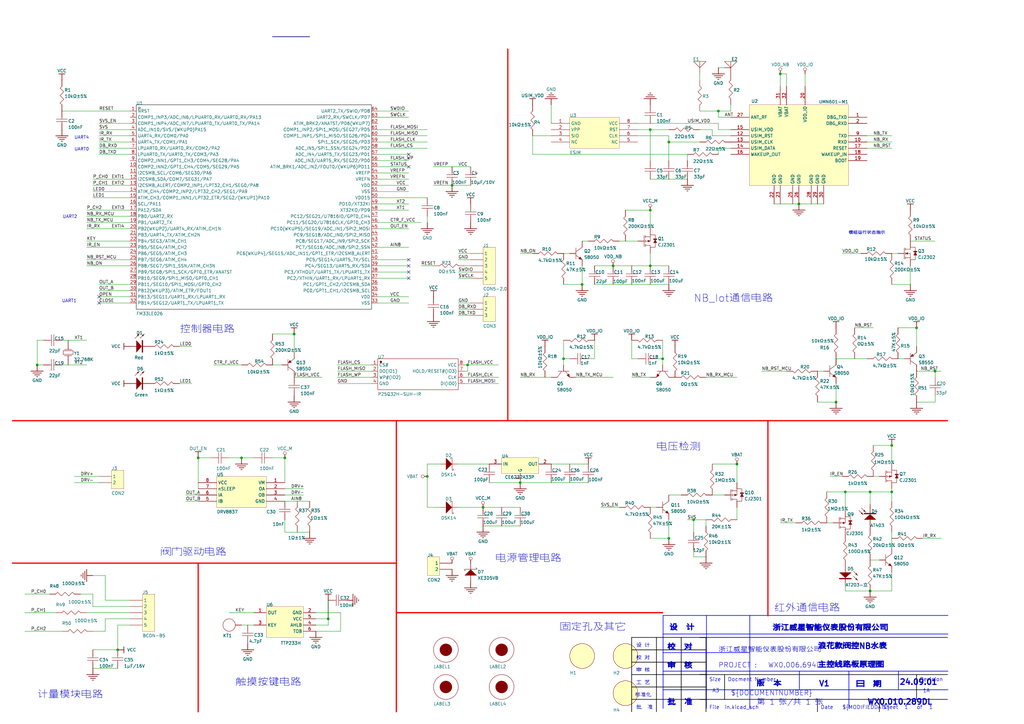
<source format=kicad_sch>
(kicad_sch (version 20250114) (generator "eeschema") (generator_version "9.0")
  (paper "A3")
  (title_block (title "WX0.006.694DL") (rev "1A") (company "浙江威星智能仪表股份有限公司"))
  (text "UART4" (at 30.48 57.2262 0) (effects (font (size 1.27 1.27)) (justify left bottom)))
  (text "UART2" (at 25.654 89.7382 0) (effects (font (size 1.27 1.27)) (justify left bottom)))
  (text "${COMPANY}" (at 294.64 267.7922 0) (effects (font (size 2.032 2.032)) (justify left bottom)))
  (text "Docment Number" (at 298.45 279.7302 0) (effects (font (size 1.524 1.524)) (justify left bottom)))
  (text "审 核" (at 260.858 275.9202 0) (effects (font (size 1.524 1.524)) (justify left bottom)))
  (text "批  准" (at 273.488 289.5062 0) (effects (font (size 2.286 2.286) (thickness 0.4572) (bold yes)) (justify left bottom)))
  (text "标准化" (at 260.35 286.0802 0) (effects (font (size 1.524 1.524)) (justify left bottom)))
  (text "校 对" (at 260.858 270.8402 0) (effects (font (size 1.524 1.524)) (justify left bottom)))
  (text "${##}" (at 381 291.1602 0) (effects (font (size 1.524 1.524)) (justify left bottom)))
  (text "${DOCUMENTNUMBER}" (at 299.72 285.5722 0) (effects (font (size 2.032 2.032)) (justify left bottom)))
  (text "浪花款阀控NB水表" (at 335.28 266.5222 0) (effects (font (size 2.286 2.286) (thickness 0.4572) (bold yes)) (justify left bottom)))
  (text "${TITLE}" (at 314.96 274.1422 0) (effects (font (size 2.032 2.032)) (justify left bottom)))
  (text "工 艺" (at 260.858 281.0002 0) (effects (font (size 1.524 1.524)) (justify left bottom)))
  (text "设 计" (at 260.858 265.7602 0) (effects (font (size 1.524 1.524)) (justify left bottom)))
  (text "校  对" (at 273.488 266.9002 0) (effects (font (size 2.286 2.286) (thickness 0.4572) (bold yes)) (justify left bottom)))
  (text "of" (at 375.92 291.1602 0) (effects (font (size 1.524 1.524)) (justify left bottom)))
  (text "${REVISION}" (at 378.46 284.3022 0) (effects (font (size 1.524 1.524)) (justify left bottom)))
  (text "控制器电路" (at 73.66 136.9822 0) (effects (font (size 3.048 3.048)) (justify left bottom)))
  (text "V1" (at 335.718 281.8862 0) (effects (font (size 2.286 2.286) (thickness 0.4572) (bold yes)) (justify left bottom)))
  (text "电源管理电路" (at 203.2 230.9622 0) (effects (font (size 3.048 3.048)) (justify left bottom)))
  (text "NB_Iot通信电路" (at 284.48 124.2822 0) (effects (font (size 3.048 3.048)) (justify left bottom)))
  (text "主控线路板原理图" (at 335.28 274.1422 0) (effects (font (size 2.286 2.286) (thickness 0.4572) (bold yes)) (justify left bottom)))
  (text "固定孔及其它" (at 229.616 259.1562 0) (effects (font (size 3.048 3.048)) (justify left bottom)))
  (text "模组运行状态指示" (at 347.98 96.3422 0) (effects (font (size 1.27 1.27)) (justify left bottom)))
  (text "UART0" (at 30.48 62.0522 0) (effects (font (size 1.27 1.27)) (justify left bottom)))
  (text "Sheet" (at 361.95 291.1602 0) (effects (font (size 1.524 1.524)) (justify left bottom)))
  (text "A3" (at 292.1 284.3022 0) (effects (font (size 1.524 1.524)) (justify left bottom)))
  (text "File" (at 290.83 291.1602 0) (effects (font (size 1.524 1.524)) (justify left bottom)))
  (text "浙江威星智能仪表股份有限公司" (at 316.668 259.0262 0) (effects (font (size 2.286 2.286) (thickness 0.4572) (bold yes)) (justify left bottom)))
  (text "设  计" (at 274.32 258.9022 0) (effects (font (size 2.286 2.286) (thickness 0.4572) (bold yes)) (justify left bottom)))
  (text "${MODIFIEDDATE}" (at 345.44 291.1602 0) (effects (font (size 1.524 1.524)) (justify left bottom)))
  (text "PROJECT :" (at 294.64 274.1422 0) (effects (font (size 2.032 2.032)) (justify left bottom)))
  (text "审  核" (at 273.488 274.5202 0) (effects (font (size 2.286 2.286) (thickness 0.4572) (bold yes)) (justify left bottom)))
  (text "WX0.010.289DL" (at 355.6 289.3822 0) (effects (font (size 2.286 2.286) (thickness 0.4572) (bold yes)) (justify left bottom)))
  (text "UART1" (at 25.4 124.2822 0) (effects (font (size 1.27 1.27)) (justify left bottom)))
  (text "Date" (at 336.55 291.1602 0) (effects (font (size 1.524 1.524)) (justify left bottom)))
  (text "Revision" (at 377.19 279.7302 0) (effects (font (size 1.524 1.524)) (justify left bottom)))
  (text "阀门驱动电路" (at 65.786 228.4222 0) (effects (font (size 3.048 3.048)) (justify left bottom)))
  (text "计量模块电路" (at 15.24 286.8422 0) (effects (font (size 3.048 3.048)) (justify left bottom)))
  (text "电压检测" (at 269.24 185.2422 0) (effects (font (size 3.048 3.048)) (justify left bottom)))
  (text "版  本" (at 310.064 281.8862 0) (effects (font (size 2.286 2.286) (thickness 0.4572) (bold yes)) (justify left bottom)))
  (text "${#}" (at 370.84 291.1602 0) (effects (font (size 1.524 1.524)) (justify left bottom)))
  (text "红外通信电路" (at 317.5 251.2822 0) (effects (font (size 3.048 3.048)) (justify left bottom)))
  (text "第 1 张/共 1 张" (at 310.384 289.4722 0) (effects (font (size 2.286 2.286)) (justify left bottom)))
  (text "24.09.01" (at 368.808 281.2542 0) (effects (font (size 2.286 2.286) (thickness 0.4572) (bold yes)) (justify left bottom)))
  (text "${FILENAME}" (at 297.18 291.1602 0) (effects (font (size 1.524 1.524)) (justify left bottom)))
  (text "触摸按键电路" (at 96.52 281.7622 0) (effects (font (size 3.048 3.048)) (justify left bottom)))
  (text "Size" (at 290.83 279.7302 0) (effects (font (size 1.524 1.524)) (justify left bottom)))
  (text "批  准" (at 260.858 291.1602 0) (effects (font (size 1.524 1.524)) (justify left bottom)))
  (text "日  期" (at 350.958 282.1402 0) (effects (font (size 2.286 2.286) (thickness 0.4572) (bold yes)) (justify left bottom)))
  (junction (at 266.7 109.0422))
  (junction (at 266.7 53.1622))
  (junction (at 365.76 182.7022))
  (junction (at 274.32 220.8022))
  (junction (at 365.76 201.7522))
  (junction (at 274.32 58.2422))
  (junction (at 346.71 201.7522))
  (junction (at 266.7 86.1822))
  (junction (at 271.78 147.1422))
  (junction (at 251.46 109.0422))
  (junction (at 231.14 147.1422))
  (junction (at 191.77 149.6822))
  (junction (at 120.65 136.9822))
  (junction (at 175.26 195.4022))
  (junction (at 213.36 197.9422))
  (junction (at 356.87 242.3922))
  (junction (at 302.26 190.3222))
  (junction (at 99.06 187.7822))
  (junction (at 342.9 164.9222))
  (junction (at 327.66 83.6422))
  (junction (at 116.84 187.7822))
  (junction (at 198.12 208.1022))
  (junction (at 134.62 253.8222))
  (junction (at 15.24 149.6822))
  (junction (at 375.92 134.4422))
  (junction (at 185.42 76.0222))
  (junction (at 356.87 201.7522))
  (junction (at 294.64 45.5422))
  (junction (at 284.48 213.1822))
  (junction (at 383.54 152.2222))
  (junction (at 48.26 266.5222))
  (junction (at 81.28 187.7822))
  (junction (at 238.76 116.6622))
  (junction (at 320.04 30.3022))
  (no_connect (at 167.64 68.4022))
  (no_connect (at 40.64 124.2822))
  (no_connect (at 167.64 114.1222))
  (no_connect (at 167.64 111.5822))
  (no_connect (at 167.64 109.0422))
  (no_connect (at 40.64 121.7422))
  (no_connect (at 167.64 63.3222))
  (no_connect (at 167.64 106.5022))
  (wire (pts (xy 120.65 136.9822) (xy 120.65 144.6022)))
  (wire (pts (xy 274.32 55.7022) (xy 274.32 58.2422)))
  (wire (pts (xy 266.7 109.0422) (xy 274.32 109.0422)))
  (wire (pts (xy 261.62 55.7022) (xy 274.32 55.7022)))
  (wire (pts (xy 213.36 154.7622) (xy 226.06 154.7622)))
  (wire (pts (xy 73.66 157.3022) (xy 78.74 157.3022)))
  (wire (pts (xy 231.14 147.1422) (xy 231.14 149.6822)))
  (wire (pts (xy 154.94 60.7822) (xy 175.26 60.7822)))
  (polyline (pts (xy 297.18 286.8422) (xy 297.18 276.6822)) (stroke (width 0.254) (type solid) (color 0 0 0 1)))
  (wire (pts (xy 236.22 154.7622) (xy 251.46 154.7622)))
  (wire (pts (xy 254 208.1022) (xy 246.38 208.1022)))
  (wire (pts (xy 383.54 162.3822) (xy 383.54 164.9222)))
  (wire (pts (xy 187.96 111.5822) (xy 193.04 111.5822)))
  (wire (pts (xy 152.4 154.7622) (xy 138.43 154.7622)))
  (wire (pts (xy 187.96 114.1222) (xy 193.04 114.1222)))
  (wire (pts (xy 120.65 154.7622) (xy 132.08 154.7622)))
  (wire (pts (xy 365.76 201.7522) (xy 356.87 201.7522)))
  (wire (pts (xy 154.94 63.3222) (xy 167.64 63.3222)))
  (wire (pts (xy 111.76 149.6822) (xy 115.57 149.6822)))
  (wire (pts (xy 342.9 147.1422) (xy 355.6 147.1422)))
  (polyline (pts (xy 279.4 291.9222) (xy 279.4 261.4422)) (stroke (width 0.254) (type solid) (color 0 0 0 1)))
  (wire (pts (xy 43.18 253.8222) (xy 43.18 258.9022)))
  (wire (pts (xy 218.44 55.7022) (xy 226.06 55.7022)))
  (wire (pts (xy 43.18 258.9022) (xy 38.1 258.9022)))
  (wire (pts (xy 386.08 152.2222) (xy 383.54 152.2222)))
  (wire (pts (xy 292.1 55.7022) (xy 292.1 53.1622)))
  (wire (pts (xy 154.94 65.8622) (xy 167.64 65.8622)))
  (wire (pts (xy 254 98.8822) (xy 261.62 98.8822)))
  (wire (pts (xy 154.94 106.5022) (xy 167.64 106.5022)))
  (polyline (pts (xy 259.08 266.5222) (xy 289.56 266.5222)) (stroke (width 0.254) (type solid) (color 0 0 0 1)))
  (wire (pts (xy 365.76 190.3222) (xy 365.76 182.7022)))
  (wire (pts (xy 187.96 103.9622) (xy 193.04 103.9622)))
  (wire (pts (xy 53.34 124.2822) (xy 40.64 124.2822)))
  (wire (pts (xy 356.87 242.3922) (xy 346.71 242.3922)))
  (wire (pts (xy 284.48 213.1822) (xy 289.56 213.1822)))
  (wire (pts (xy 299.72 60.7822) (xy 294.64 60.7822)))
  (wire (pts (xy 111.76 136.9822) (xy 120.65 136.9822)))
  (wire (pts (xy 17.78 139.5222) (xy 15.24 139.5222)))
  (wire (pts (xy 365.76 205.5622) (xy 365.76 201.7522)))
  (wire (pts (xy 341.63 214.4522) (xy 339.09 214.4522)))
  (wire (pts (xy 139.7 258.9022) (xy 129.54 258.9022)))
  (wire (pts (xy 154.94 81.1022) (xy 175.26 81.1022)))
  (wire (pts (xy 370.84 147.1422) (xy 368.3 147.1422)))
  (wire (pts (xy 299.72 45.5422) (xy 299.72 43.0022)))
  (wire (pts (xy 355.6 60.7822) (xy 365.76 60.7822)))
  (wire (pts (xy 175.26 195.4022) (xy 175.26 208.1022)))
  (wire (pts (xy 281.94 65.8622) (xy 281.94 63.3222)))
  (wire (pts (xy 187.96 106.5022) (xy 193.04 106.5022)))
  (wire (pts (xy 38.1 274.1422) (xy 48.26 274.1422)))
  (wire (pts (xy 154.94 91.2622) (xy 172.72 91.2622)))
  (wire (pts (xy 350.52 134.4422) (xy 358.14 134.4422)))
  (wire (pts (xy 81.28 187.7822) (xy 86.36 187.7822)))
  (wire (pts (xy 226.06 50.6222) (xy 226.06 43.0022)))
  (wire (pts (xy 116.84 218.2622) (xy 127 218.2622)))
  (wire (pts (xy 116.84 187.7822) (xy 116.84 197.9422)))
  (wire (pts (xy 274.32 65.8622) (xy 274.32 58.2422)))
  (polyline (pts (xy 388.62 276.6822) (xy 287.02 276.6822)) (stroke (width 0.254) (type solid) (color 0 0 0 1)))
  (wire (pts (xy 116.84 205.5622) (xy 127 205.5622)))
  (wire (pts (xy 25.4 139.5222) (xy 35.56 139.5222)))
  (wire (pts (xy 322.58 152.2222) (xy 312.42 152.2222)))
  (wire (pts (xy 241.3 147.1422) (xy 243.84 147.1422)))
  (wire (pts (xy 15.24 149.6822) (xy 17.78 149.6822)))
  (wire (pts (xy 365.76 218.2622) (xy 365.76 224.6122)))
  (polyline (pts (xy 271.78 251.2822) (xy 162.56 251.2822)) (stroke (width 0.508) (type solid) (color 255 0 0 1)))
  (wire (pts (xy 259.08 154.7622) (xy 266.7 154.7622)))
  (wire (pts (xy 356.87 206.8322) (xy 356.87 201.7522)))
  (polyline (pts (xy 259.08 261.4422) (xy 289.56 261.4422)) (stroke (width 0.254) (type solid) (color 0 0 0 1)))
  (polyline (pts (xy 259.08 276.6822) (xy 289.56 276.6822)) (stroke (width 0.254) (type solid) (color 0 0 0 1)))
  (polyline (pts (xy 375.92 286.8422) (xy 375.92 276.6822)) (stroke (width 0.254) (type solid) (color 0 0 0 1)))
  (wire (pts (xy 292.1 53.1622) (xy 287.02 53.1622)))
  (polyline (pts (xy 81.28 291.9222) (xy 81.28 230.9622)) (stroke (width 0.508) (type solid) (color 255 0 0 1)))
  (wire (pts (xy 365.76 234.7722) (xy 365.76 242.3922)))
  (wire (pts (xy 198.12 208.1022) (xy 213.36 208.1022)))
  (wire (pts (xy 172.72 109.0422) (xy 177.8 109.0422)))
  (wire (pts (xy 284.48 218.2622) (xy 284.48 213.1822)))
  (wire (pts (xy 299.72 55.7022) (xy 292.1 55.7022)))
  (wire (pts (xy 154.94 121.7422) (xy 167.64 121.7422)))
  (wire (pts (xy 292.1 203.0222) (xy 297.18 203.0222)))
  (wire (pts (xy 81.28 203.0222) (xy 76.2 203.0222)))
  (wire (pts (xy 53.34 45.5422) (xy 25.4 45.5422)))
  (wire (pts (xy 383.54 154.7622) (xy 383.54 152.2222)))
  (wire (pts (xy 53.34 86.1822) (xy 35.56 86.1822)))
  (wire (pts (xy 226.06 190.3222) (xy 241.3 190.3222)))
  (wire (pts (xy 326.39 214.4522) (xy 320.04 214.4522)))
  (wire (pts (xy 342.9 164.9222) (xy 342.9 157.3022)))
  (wire (pts (xy 139.7 251.2822) (xy 139.7 258.9022)))
  (wire (pts (xy 243.84 116.6622) (xy 274.32 116.6622)))
  (wire (pts (xy 99.06 256.3622) (xy 104.14 256.3622)))
  (wire (pts (xy 266.7 220.8022) (xy 274.32 220.8022)))
  (wire (pts (xy 190.5 154.7622) (xy 204.47 154.7622)))
  (wire (pts (xy 81.28 187.7822) (xy 81.28 200.4822)))
  (wire (pts (xy 134.62 256.3622) (xy 134.62 253.8222)))
  (wire (pts (xy 187.96 190.3222) (xy 200.66 190.3222)))
  (wire (pts (xy 175.26 208.1022) (xy 180.34 208.1022)))
  (wire (pts (xy 53.34 78.5622) (xy 38.1 78.5622)))
  (wire (pts (xy 327.66 83.6422) (xy 337.82 83.6422)))
  (wire (pts (xy 53.34 109.0422) (xy 35.56 109.0422)))
  (wire (pts (xy 99.06 149.6822) (xy 87.63 149.6822)))
  (wire (pts (xy 322.58 35.3822) (xy 322.58 30.3022)))
  (polyline (pts (xy 271.964 267.6622) (xy 307.524 267.6622)) (stroke (width 0.254) (type solid) (color 0 0 255 1)))
  (wire (pts (xy 302.26 190.3222) (xy 302.26 197.9422)))
  (wire (pts (xy 346.71 201.7522) (xy 339.09 201.7522)))
  (wire (pts (xy 53.34 88.7222) (xy 35.56 88.7222)))
  (wire (pts (xy 317.5 83.6422) (xy 327.66 83.6422)))
  (polyline (pts (xy 5.08 172.5422) (xy 215.9 172.5422)) (stroke (width 0.508) (type solid) (color 255 0 0 1)))
  (wire (pts (xy 180.34 190.3222) (xy 175.26 190.3222)))
  (wire (pts (xy 375.92 142.0622) (xy 375.92 134.4422)))
  (wire (pts (xy 48.26 256.3622) (xy 48.26 266.5222)))
  (wire (pts (xy 238.76 116.6622) (xy 231.14 116.6622)))
  (wire (pts (xy 154.94 114.1222) (xy 167.64 114.1222)))
  (wire (pts (xy 294.64 27.7622) (xy 297.18 27.7622)))
  (polyline (pts (xy 368.484 275.2822) (xy 368.484 282.9022)) (stroke (width 0.254) (type solid) (color 0 0 255 1)))
  (wire (pts (xy 53.34 256.3622) (xy 48.26 256.3622)))
  (wire (pts (xy 154.94 70.9422) (xy 167.64 70.9422)))
  (wire (pts (xy 266.7 109.0422) (xy 266.7 103.9622)))
  (wire (pts (xy 53.34 121.7422) (xy 40.64 121.7422)))
  (wire (pts (xy 154.94 109.0422) (xy 167.64 109.0422)))
  (wire (pts (xy 243.84 109.0422) (xy 251.46 109.0422)))
  (wire (pts (xy 320.04 30.3022) (xy 320.04 35.3822)))
  (wire (pts (xy 116.84 203.0222) (xy 124.46 203.0222)))
  (wire (pts (xy 20.32 243.6622) (xy 10.16 243.6622)))
  (wire (pts (xy 330.2 35.3822) (xy 330.2 30.3022)))
  (polyline (pts (xy 162.56 172.5422) (xy 162.56 291.9222)) (stroke (width 0.508) (type solid) (color 255 0 0 1)))
  (polyline (pts (xy 388.62 261.4422) (xy 287.02 261.4422)) (stroke (width 0.254) (type solid) (color 0 0 0 1)))
  (wire (pts (xy 231.14 103.9622) (xy 233.68 103.9622)))
  (wire (pts (xy 116.84 213.1822) (xy 116.84 218.2622)))
  (wire (pts (xy 43.18 236.0422) (xy 43.18 246.2022)))
  (wire (pts (xy 53.34 248.7422) (xy 38.1 248.7422)))
  (wire (pts (xy 261.62 147.1422) (xy 259.08 147.1422)))
  (wire (pts (xy 289.56 154.7622) (xy 302.26 154.7622)))
  (wire (pts (xy 322.58 30.3022) (xy 320.04 30.3022)))
  (wire (pts (xy 154.94 101.4222) (xy 167.64 101.4222)))
  (wire (pts (xy 294.64 60.7822) (xy 294.64 63.3222)))
  (wire (pts (xy 231.14 139.5222) (xy 231.14 147.1422)))
  (wire (pts (xy 187.96 208.1022) (xy 198.12 208.1022)))
  (wire (pts (xy 53.34 119.2022) (xy 40.64 119.2022)))
  (wire (pts (xy 38.1 236.0422) (xy 43.18 236.0422)))
  (wire (pts (xy 287.02 45.5422) (xy 294.64 45.5422)))
  (wire (pts (xy 346.71 209.3722) (xy 346.71 201.7522)))
  (wire (pts (xy 378.46 220.8022) (xy 386.08 220.8022)))
  (wire (pts (xy 152.4 157.3022) (xy 138.43 157.3022)))
  (polyline (pts (xy 259.08 271.6022) (xy 289.56 271.6022)) (stroke (width 0.254) (type solid) (color 0 0 0 1)))
  (wire (pts (xy 175.26 91.2622) (xy 175.26 88.7222)))
  (wire (pts (xy 299.72 53.1622) (xy 294.64 53.1622)))
  (wire (pts (xy 104.14 251.2822) (xy 93.98 251.2822)))
  (wire (pts (xy 53.34 93.8022) (xy 35.56 93.8022)))
  (wire (pts (xy 15.24 139.5222) (xy 15.24 149.6822)))
  (polyline (pts (xy 388.804 252.4222) (xy 271.964 252.4222)) (stroke (width 0.254) (type solid) (color 0 0 255 1)))
  (wire (pts (xy 53.34 58.2422) (xy 40.64 58.2422)))
  (wire (pts (xy 40.64 195.4022) (xy 30.48 195.4022)))
  (wire (pts (xy 190.5 149.6822) (xy 191.77 149.6822)))
  (wire (pts (xy 345.44 195.4022) (xy 340.36 195.4022)))
  (polyline (pts (xy 307.524 252.4222) (xy 307.524 290.5222)) (stroke (width 0.254) (type solid) (color 0 0 255 1)))
  (wire (pts (xy 193.04 126.8222) (xy 187.96 126.8222)))
  (wire (pts (xy 294.64 45.5422) (xy 299.72 45.5422)))
  (wire (pts (xy 284.48 213.1822) (xy 281.94 213.1822)))
  (wire (pts (xy 53.34 116.6622) (xy 40.64 116.6622)))
  (wire (pts (xy 38.1 248.7422) (xy 38.1 243.6622)))
  (wire (pts (xy 292.1 190.3222) (xy 302.26 190.3222)))
  (wire (pts (xy 152.4 152.2222) (xy 138.43 152.2222)))
  (wire (pts (xy 373.38 98.8822) (xy 383.54 98.8822)))
  (wire (pts (xy 271.78 149.6822) (xy 271.78 147.1422)))
  (wire (pts (xy 266.7 65.8622) (xy 266.7 53.1622)))
  (polyline (pts (xy 289.56 291.9222) (xy 289.56 261.4422)) (stroke (width 0.254) (type solid) (color 0 0 0 1)))
  (polyline (pts (xy 348.164 290.5222) (xy 348.164 275.2822)) (stroke (width 0.254) (type solid) (color 0 0 255 1)))
  (wire (pts (xy 93.98 187.7822) (xy 99.06 187.7822)))
  (wire (pts (xy 154.94 78.5622) (xy 167.64 78.5622)))
  (wire (pts (xy 53.34 81.1022) (xy 38.1 81.1022)))
  (wire (pts (xy 99.06 187.7822) (xy 104.14 187.7822)))
  (wire (pts (xy 129.54 251.2822) (xy 139.7 251.2822)))
  (wire (pts (xy 43.18 246.2022) (xy 53.34 246.2022)))
  (wire (pts (xy 53.34 91.2622) (xy 35.56 91.2622)))
  (wire (pts (xy 342.9 149.6822) (xy 342.9 147.1422)))
  (wire (pts (xy 154.94 55.7022) (xy 175.26 55.7022)))
  (wire (pts (xy 365.76 242.3922) (xy 356.87 242.3922)))
  (polyline (pts (xy 314.96 252.5522) (xy 314.96 172.5422)) (stroke (width 0.508) (type solid) (color 255 0 0 1)))
  (wire (pts (xy 266.7 73.4822) (xy 281.94 73.4822)))
  (wire (pts (xy 358.14 182.7022) (xy 365.76 182.7022)))
  (polyline (pts (xy 5.08 230.9622) (xy 162.56 230.9622)) (stroke (width 0.508) (type solid) (color 255 0 0 1)))
  (wire (pts (xy 154.94 45.5422) (xy 167.64 45.5422)))
  (wire (pts (xy 129.54 256.3622) (xy 134.62 256.3622)))
  (wire (pts (xy 335.28 164.9222) (xy 342.9 164.9222)))
  (wire (pts (xy 233.68 147.1422) (xy 231.14 147.1422)))
  (wire (pts (xy 355.6 55.7022) (xy 365.76 55.7022)))
  (wire (pts (xy 175.26 190.3222) (xy 175.26 195.4022)))
  (wire (pts (xy 53.34 98.8822) (xy 35.56 98.8822)))
  (wire (pts (xy 274.32 58.2422) (xy 287.02 58.2422)))
  (wire (pts (xy 193.04 76.0222) (xy 185.42 76.0222)))
  (wire (pts (xy 53.34 63.3222) (xy 40.64 63.3222)))
  (polyline (pts (xy 269.24 291.9222) (xy 269.24 261.4422)) (stroke (width 0.254) (type solid) (color 0 0 0 1)))
  (bus (pts (xy 111.76 15.0622) (xy 127 15.0622)) (stroke (width 0.254)))
  (wire (pts (xy 259.08 147.1422) (xy 259.08 139.5222)))
  (wire (pts (xy 251.46 109.0422) (xy 266.7 109.0422)))
  (polyline (pts (xy 289.744 252.4222) (xy 289.744 290.5222)) (stroke (width 0.254) (type solid) (color 0 0 255 1)))
  (polyline (pts (xy 388.804 260.0422) (xy 271.964 260.0422)) (stroke (width 0.254) (type solid) (color 0 0 255 1)))
  (wire (pts (xy 154.94 73.4822) (xy 167.64 73.4822)))
  (polyline (pts (xy 388.804 275.2822) (xy 271.964 275.2822)) (stroke (width 0.254) (type solid) (color 0 0 255 1)))
  (wire (pts (xy 335.28 152.2222) (xy 337.82 152.2222)))
  (polyline (pts (xy 134.62 253.8222) (xy 134.62 246.2022)) (stroke (width 0.254) (type solid) (color 0 0 0 1)))
  (wire (pts (xy 261.62 50.6222) (xy 294.64 50.6222)))
  (wire (pts (xy 284.48 225.8822) (xy 284.48 228.4222)))
  (wire (pts (xy 368.3 103.9622) (xy 365.76 103.9622)))
  (wire (pts (xy 365.76 116.6622) (xy 373.38 116.6622)))
  (wire (pts (xy 266.7 53.1622) (xy 274.32 53.1622)))
  (wire (pts (xy 154.94 68.4022) (xy 167.64 68.4022)))
  (wire (pts (xy 198.12 215.7222) (xy 213.36 215.7222)))
  (wire (pts (xy 261.62 53.1622) (xy 266.7 53.1622)))
  (wire (pts (xy 53.34 251.2822) (xy 35.56 251.2822)))
  (wire (pts (xy 200.66 197.9422) (xy 213.36 197.9422)))
  (wire (pts (xy 154.94 76.0222) (xy 167.64 76.0222)))
  (wire (pts (xy 373.38 116.6622) (xy 373.38 109.0422)))
  (wire (pts (xy 218.44 103.9622) (xy 213.36 103.9622)))
  (wire (pts (xy 129.54 253.8222) (xy 134.62 253.8222)))
  (wire (pts (xy 383.54 164.9222) (xy 375.92 164.9222)))
  (wire (pts (xy 191.77 152.2222) (xy 191.77 149.6822)))
  (wire (pts (xy 53.34 60.7822) (xy 40.64 60.7822)))
  (polyline (pts (xy 388.62 286.8422) (xy 287.02 286.8422)) (stroke (width 0.254) (type solid) (color 0 0 0 1)))
  (wire (pts (xy 241.3 98.8822) (xy 238.76 98.8822)))
  (wire (pts (xy 279.4 203.0222) (xy 274.32 203.0222)))
  (wire (pts (xy 346.71 242.3922) (xy 346.71 239.8522)))
  (wire (pts (xy 53.34 50.6222) (xy 40.64 50.6222)))
  (wire (pts (xy 360.68 229.6922) (xy 356.87 229.6922)))
  (wire (pts (xy 271.78 147.1422) (xy 269.24 147.1422)))
  (wire (pts (xy 281.94 63.3222) (xy 218.44 63.3222)))
  (wire (pts (xy 53.34 73.4822) (xy 38.1 73.4822)))
  (wire (pts (xy 238.76 109.0422) (xy 238.76 116.6622)))
  (wire (pts (xy 154.94 111.5822) (xy 167.64 111.5822)))
  (wire (pts (xy 243.84 147.1422) (xy 243.84 139.5222)))
  (wire (pts (xy 353.06 103.9622) (xy 345.44 103.9622)))
  (wire (pts (xy 48.26 266.5222) (xy 38.1 266.5222)))
  (wire (pts (xy 40.64 197.9422) (xy 30.48 197.9422)))
  (wire (pts (xy 38.1 243.6622) (xy 33.02 243.6622)))
  (wire (pts (xy 116.84 200.4822) (xy 124.46 200.4822)))
  (polyline (pts (xy 327.844 275.2822) (xy 327.844 282.9022)) (stroke (width 0.254) (type solid) (color 0 0 255 1)))
  (wire (pts (xy 284.48 228.4222) (xy 289.56 228.4222)))
  (wire (pts (xy 193.04 124.2822) (xy 187.96 124.2822)))
  (wire (pts (xy 218.44 63.3222) (xy 218.44 55.7022)))
  (wire (pts (xy 213.36 197.9422) (xy 241.3 197.9422)))
  (wire (pts (xy 375.92 134.4422) (xy 368.3 134.4422)))
  (wire (pts (xy 152.4 149.6822) (xy 138.43 149.6822)))
  (polyline (pts (xy 335.28 291.9222) (xy 335.28 286.8422)) (stroke (width 0.254) (type solid) (color 0 0 0 1)))
  (wire (pts (xy 266.7 86.1822) (xy 266.7 93.8022)))
  (wire (pts (xy 360.68 195.4022) (xy 358.14 195.4022)))
  (polyline (pts (xy 259.08 291.9222) (xy 259.08 261.4422)) (stroke (width 0.254) (type solid) (color 0 0 0 1)))
  (wire (pts (xy 73.66 142.0622) (xy 78.74 142.0622)))
  (polyline (pts (xy 271.964 252.4222) (xy 271.964 290.5222)) (stroke (width 0.254) (type solid) (color 0 0 255 1)))
  (polyline (pts (xy 360.68 291.9222) (xy 360.68 286.8422)) (stroke (width 0.254) (type solid) (color 0 0 0 1)))
  (wire (pts (xy 190.5 152.2222) (xy 191.77 152.2222)))
  (wire (pts (xy 383.54 152.2222) (xy 375.92 152.2222)))
  (wire (pts (xy 256.54 86.1822) (xy 266.7 86.1822)))
  (wire (pts (xy 365.76 200.4822) (xy 365.76 201.7522)))
  (wire (pts (xy 299.72 48.0822) (xy 294.64 48.0822)))
  (wire (pts (xy 111.76 187.7822) (xy 116.84 187.7822)))
  (wire (pts (xy 302.26 213.1822) (xy 302.26 208.1022)))
  (wire (pts (xy 190.5 109.0422) (xy 193.04 109.0422)))
  (wire (pts (xy 154.94 58.2422) (xy 175.26 58.2422)))
  (wire (pts (xy 53.34 106.5022) (xy 35.56 106.5022)))
  (wire (pts (xy 191.77 149.6822) (xy 204.47 149.6822)))
  (wire (pts (xy 154.94 83.6422) (xy 167.64 83.6422)))
  (wire (pts (xy 53.34 53.1622) (xy 40.64 53.1622)))
  (wire (pts (xy 53.34 253.8222) (xy 43.18 253.8222)))
  (wire (pts (xy 287.02 30.3022) (xy 287.02 32.8422)))
  (wire (pts (xy 25.4 258.9022) (xy 10.16 258.9022)))
  (wire (pts (xy 25.4 149.6822) (xy 35.56 149.6822)))
  (wire (pts (xy 22.86 251.2822) (xy 10.16 251.2822)))
  (wire (pts (xy 53.34 76.0222) (xy 38.1 76.0222)))
  (wire (pts (xy 294.64 53.1622) (xy 294.64 50.6222)))
  (polyline (pts (xy 259.08 286.8422) (xy 289.56 286.8422)) (stroke (width 0.254) (type solid) (color 0 0 0 1)))
  (wire (pts (xy 271.78 147.1422) (xy 271.78 139.5222)))
  (wire (pts (xy 185.42 76.0222) (xy 177.8 76.0222)))
  (wire (pts (xy 269.24 208.1022) (xy 266.7 208.1022)))
  (wire (pts (xy 190.5 157.3022) (xy 204.47 157.3022)))
  (wire (pts (xy 53.34 55.7022) (xy 40.64 55.7022)))
  (wire (pts (xy 355.6 58.2422) (xy 365.76 58.2422)))
  (polyline (pts (xy 215.9 172.5422) (xy 388.62 172.5422)) (stroke (width 0.508) (type solid) (color 255 0 0 1)))
  (wire (pts (xy 134.62 253.8222) (xy 134.62 246.2022)))
  (wire (pts (xy 356.87 201.7522) (xy 346.71 201.7522)))
  (wire (pts (xy 154.94 124.2822) (xy 167.64 124.2822)))
  (polyline (pts (xy 208.28 172.5422) (xy 208.28 20.1422)) (stroke (width 0.508) (type solid) (color 255 0 0 1)))
  (wire (pts (xy 81.28 205.5622) (xy 76.2 205.5622)))
  (wire (pts (xy 154.94 86.1822) (xy 167.64 86.1822)))
  (wire (pts (xy 193.04 129.3622) (xy 187.96 129.3622)))
  (polyline (pts (xy 271.964 282.9022) (xy 388.804 282.9022)) (stroke (width 0.254) (type solid) (color 0 0 255 1)))
  (wire (pts (xy 289.56 215.7222) (xy 289.56 213.1822)))
  (polyline (pts (xy 259.08 281.7622) (xy 289.56 281.7622)) (stroke (width 0.254) (type solid) (color 0 0 0 1)))
  (wire (pts (xy 53.34 101.4222) (xy 35.56 101.4222)))
  (wire (pts (xy 154.94 48.0822) (xy 167.64 48.0822)))
  (wire (pts (xy 274.32 220.8022) (xy 274.32 213.1822)))
  (wire (pts (xy 177.8 68.4022) (xy 193.04 68.4022)))
  (wire (pts (xy 294.64 48.0822) (xy 294.64 45.5422)))
  (wire (pts (xy 154.94 53.1622) (xy 175.26 53.1622)))
  (wire (pts (xy 154.94 93.8022) (xy 167.64 93.8022)))
  (label "OUT_EN" (at 160.02 93.8022 0))
  (label "EXTI3" (at 45.72 86.1822 0))
  (label "DRV-" (at 119.38 203.0222 0))
  (label "CTR_F_VCC" (at 160.02 91.2622 0))
  (label "XT1" (at 30.48 139.5222 0))
  (label "VCC" (at 160.02 121.7422 0))
  (label "DB_TXD" (at 40.64 63.3222 0))
  (label "VREFN" (at 177.8 76.0222 0))
  (label "NB_RST_MCU" (at 312.42 152.2222 0))
  (label "FLASH_CS" (at 138.43 149.6822 0))
  (label "IR_TX" (at 40.64 58.2422 0))
  (label "LED0" (at 38.1 78.5622 0))
  (label "EXTI4" (at 45.72 93.8022 0))
  (label "DB_RXD" (at 187.96 126.8222 0))
  (label "SVS" (at 281.94 213.1822 0))
  (label "FLASH_WP" (at 160.02 65.8622 0))
  (label "OUT_A" (at 76.2 203.0222 0))
  (label "DRV+" (at 119.38 200.4822 0))
  (label "VREFN" (at 160.02 73.4822 0))
  (label "AIN8" (at 119.38 205.5622 0))
  (label "VREFP" (at 160.02 70.9422 0))
  (label "NB_RX_MCU" (at 35.56 88.7222 0))
  (label "P_CH0" (at 12.7 243.6622 0))
  (label "RESET" (at 40.64 45.5422 0))
  (label "NB_RX" (at 358.14 58.2422 0))
  (label "NB_TX_MCU" (at 236.22 154.7622 0))
  (label "GND" (at 187.96 106.5022 0))
  (label "KEY" (at 96.52 251.2822 0))
  (label "NB_RX_MCU" (at 289.56 154.7622 0))
  (label "FLASH_CS" (at 160.02 60.7822 0))
  (label "GND" (at 187.96 124.2822 0))
  (label "ANT" (at 297.18 48.0822 0))
  (label "LED0" (at 73.66 142.0622 0))
  (label "OUT_B" (at 40.64 119.2022 0))
  (label "SVS" (at 40.64 53.1622 0))
  (label "CLOSE" (at 40.64 124.2822 0))
  (label "EXTI2" (at 45.72 76.0222 0))
  (label "NB_TX" (at 358.14 55.7022 0))
  (label "USIM_VDD" (at 281.94 50.6222 0))
  (label "LED1" (at 38.1 81.1022 0))
  (label "VCC" (at 187.96 68.4022 0))
  (label "DB_RXD" (at 40.64 60.7822 0))
  (label "NB_RST" (at 350.52 134.4422 0))
  (label "NB_RST_MCU" (at 35.56 106.5022 0))
  (label "SWDIO" (at 187.96 111.5822 0))
  (label "VDD_IO" (at 345.44 103.9622 0))
  (label "NB_RST" (at 358.14 60.7822 0))
  (label "IR_EN" (at 340.36 195.4022 0))
  (label "CTR_F_VCC" (at 87.63 149.6822 0))
  (label "KEY" (at 35.56 98.8822 0))
  (label "VCC" (at 162.56 76.0222 0))
  (label "XT2" (at 162.56 83.6422 0))
  (label "DRV+" (at 33.02 195.4022 0))
  (label "IR_EN" (at 35.56 101.4222 0))
  (label "FLASH_VCC" (at 191.77 149.6822 0))
  (label "IR_RX" (at 40.64 55.7022 0))
  (label "SWDIO" (at 160.02 45.5422 0))
  (label "P_CH0" (at 38.1 73.4822 0))
  (label "FLASH_MOSI" (at 191.77 157.3022 0))
  (label "FLASH_VCC" (at 120.65 154.7622 0))
  (label "VCC" (at 187.96 103.9622 0))
  (label "OPEN" (at 40.64 121.7422 0))
  (label "FLASH_MISO" (at 138.43 152.2222 0))
  (label "FLASH_CLK" (at 160.02 58.2422 0))
  (label "STATUS" (at 160.02 68.4022 0))
  (label "SWCLK" (at 187.96 114.1222 0))
  (label "NB_ON" (at 213.36 103.9622 0))
  (label "DB_TXD" (at 187.96 129.3622 0))
  (label "IR_RX" (at 378.46 220.8022 0))
  (label "OUT_A" (at 40.64 116.6622 0))
  (label "IR_TX" (at 320.04 214.4522 0))
  (label "NB_TX" (at 259.08 154.7622 0))
  (label "P_CH2" (at 12.7 258.9022 0))
  (label "NB_RX" (at 213.36 154.7622 0))
  (label "NB_TX_MCU" (at 35.56 91.2622 0))
  (label "NB_ON" (at 35.56 109.0422 0))
  (label "EXTI1" (at 45.72 73.4822 0))
  (label "FLASH_CLK" (at 191.77 154.7622 0))
  (label "RESET" (at 172.72 109.0422 0))
  (label "XT2" (at 30.48 149.6822 0))
  (label "XT1" (at 162.56 86.1822 0))
  (label "NB_RST" (at 377.6 152.2222 0))
  (label "GND" (at 160.02 124.2822 0))
  (label "P_CH2" (at 35.56 86.1822 0))
  (label "P_CH1" (at 38.1 76.0222 0))
  (label "DRV-" (at 33.02 197.9422 0))
  (label "VREFP" (at 177.8 68.4022 0))
  (label "FLASH_MOSI" (at 160.02 53.1622 0))
  (label "SVS_EN" (at 246.38 208.1022 0))
  (label "P_CH1" (at 12.7 251.2822 0))
  (label "STATUS" (at 374.993 98.8822 0))
  (label "SVS_EN" (at 40.64 50.6222 0))
  (label "GND" (at 138.43 157.3022 0))
  (label "GND" (at 162.56 78.5622 0))
  (label "OUT_B" (at 76.2 205.5622 0))
  (label "FLASH_WP" (at 138.43 154.7622 0))
  (label "SWCLK" (at 160.02 48.0822 0))
  (label "IR_RX" (at 35.56 93.8022 0))
  (label "AIN8" (at 160.02 101.4222 0))
  (label "FLASH_MISO" (at 160.02 55.7022 0))
  (label "LED1" (at 73.66 157.3022 0))
  (symbol (lib_id "LanghuaTestBoard-altium-import:root_0_RES1_Devices.DbLib") (at 368.3 218.2622 0) (unit 0)
    (property "Reference" "R41" (at 368.046 219.7862 0) (effects (justify left bottom)))
    (property "Value" "0Ω±5%" (at 368.046 224.3582 0) (effects (justify left bottom)))
    (property "Footprint" "R0603" (effects (hide yes)))
    (property "Description" "贴片电阻,0Ω±5%,1/10W,100ppm/℃,国巨" (effects (hide yes)))
    (property "ID" "15" (effects (hide yes)))
    (property "PART NUMBER" "101010103-0001" (effects (hide yes)))
    (property "PART NAME" "贴片电阻" (effects (hide yes)))
    (property "MANUFACTURER" "国巨" (effects (hide yes)))
    (property "MANUFACTURER P/N" "RC0603JR-070RL" (effects (hide yes)))
  )
  (symbol (lib_id "LanghuaTestBoard-altium-import:GND_POWER_GROUND") (at 274.32 116.6622 0) (unit 1)
    (property "Reference" "#PWR?" (effects (hide yes)))
    (property "Value" "GND" (effects (hide yes)))
  )
  (symbol (lib_id "LanghuaTestBoard-altium-import:root_2_CAP_Devices.DbLib") (at 91.44 190.3222 0) (unit 0)
    (property "Reference" "C21" (at 88.646 185.2422 0) (effects (justify left bottom)))
    (property "Value" "100nF" (at 88.646 192.8622 0) (effects (justify left bottom)))
    (property "Footprint" "C0603" (effects (hide yes)))
    (property "Description" "贴片电容,100nF±10%/50V,X7R,国巨" (effects (hide yes)))
    (property "ID" "1" (effects (hide yes)))
    (property "PART NUMBER" "101020103-0021" (effects (hide yes)))
    (property "PART NAME" "贴片电容" (effects (hide yes)))
    (property "MANUFACTURER" "国巨" (effects (hide yes)))
    (property "MANUFACTURER P/N" "CC0603KRX7R9BB104" (effects (hide yes)))
  )
  (symbol (lib_id "LanghuaTestBoard-altium-import:VBAT_CIRCLE") (at 185.42 230.9622 180) (unit 1)
    (property "Reference" "#PWR?" (effects (hide yes)))
    (property "Value" "VBAT" (at 185.42 227.1522 0))
  )
  (symbol (lib_id "LanghuaTestBoard-altium-import:VCC_BAR") (at 120.65 136.9822 180) (unit 1)
    (property "Reference" "#PWR?" (effects (hide yes)))
    (property "Value" "VCC" (at 120.65 133.1722 0))
  )
  (symbol (lib_id "LanghuaTestBoard-altium-import:root_1_RES1_Devices.DbLib") (at 297.18 40.4622 0) (unit 0)
    (property "Reference" "R2" (at 300.736 37.6682 0) (effects (justify left bottom)))
    (property "Value" "0Ω±5%" (effects (hide yes)))
    (property "Footprint" "R0603" (effects (hide yes)))
    (property "Description" "贴片电阻,0Ω±5%,1/10W,100ppm/℃,国巨" (effects (hide yes)))
    (property "ID" "15" (effects (hide yes)))
    (property "PART NUMBER" "101010103-0001" (effects (hide yes)))
    (property "PART NAME" "贴片电阻" (effects (hide yes)))
    (property "MANUFACTURER" "国巨" (effects (hide yes)))
    (property "MANUFACTURER P/N" "RC0603JR-070RL" (effects (hide yes)))
  )
  (symbol (lib_id "LanghuaTestBoard-altium-import:root_1_CAP_Devices.DbLib") (at 190.5 88.7222 0) (unit 0)
    (property "Reference" "C9" (at 195.58 88.4682 0) (effects (justify left bottom)))
    (property "Value" "100nF" (at 195.58 91.0082 0) (effects (justify left bottom)))
    (property "Footprint" "C0603" (effects (hide yes)))
    (property "Description" "贴片电容,100nF±10%/50V,X7R,国巨" (effects (hide yes)))
    (property "ID" "1" (effects (hide yes)))
    (property "PART NUMBER" "101020103-0021" (effects (hide yes)))
    (property "PART NAME" "贴片电容" (effects (hide yes)))
    (property "MANUFACTURER" "国巨" (effects (hide yes)))
    (property "MANUFACTURER P/N" "CC0603KRX7R9BB104" (effects (hide yes)))
  )
  (symbol (lib_id "LanghuaTestBoard-altium-import:root_1_RES1_Devices.DbLib") (at 340.36 144.6022 0) (unit 0)
    (property "Reference" "R16" (at 336.296 143.3322 0) (effects (justify left bottom)))
    (property "Value" "10kΩ±5%" (at 332.74 140.5382 0) (effects (justify left bottom)))
    (property "Footprint" "R0603" (effects (hide yes)))
    (property "Description" "贴片电阻,10kΩ±5%,1/10W,100ppm/℃,国巨" (effects (hide yes)))
    (property "ID" "2" (effects (hide yes)))
    (property "PART NUMBER" "101010103-0003" (effects (hide yes)))
    (property "PART NAME" "贴片电阻" (effects (hide yes)))
    (property "MANUFACTURER" "国巨" (effects (hide yes)))
    (property "MANUFACTURER P/N" "RC0603JR-0710KL" (effects (hide yes)))
  )
  (symbol (lib_id "LanghuaTestBoard-altium-import:root_1_CAP_Devices.DbLib") (at 271.78 70.9422 0) (unit 0)
    (property "Reference" "C6" (at 276.86 70.6882 0) (effects (justify left bottom)))
    (property "Value" "33pF" (at 276.86 73.2282 0) (effects (justify left bottom)))
    (property "Footprint" "C0603" (effects (hide yes)))
    (property "Description" "贴片电容,33pF±10%/50V,NP0,国巨" (effects (hide yes)))
    (property "ID" "4" (effects (hide yes)))
    (property "PART NUMBER" "101020103-0027" (effects (hide yes)))
    (property "PART NAME" "贴片电容" (effects (hide yes)))
    (property "MANUFACTURER" "国巨" (effects (hide yes)))
    (property "MANUFACTURER P/N" "CC0603KRNPO9BN33" (effects (hide yes)))
  )
  (symbol (lib_id "LanghuaTestBoard-altium-import:root_1_CAP_Devices.DbLib") (at 238.76 195.4022 0) (unit 0)
    (property "Reference" "C26" (at 241.808 193.6242 0) (effects (justify left bottom)))
    (property "Value" "100nF" (at 241.3 197.4342 0) (effects (justify left bottom)))
    (property "Footprint" "C0603" (effects (hide yes)))
    (property "Description" "贴片电容,100nF±10%/50V,X7R,国巨" (effects (hide yes)))
    (property "ID" "1" (effects (hide yes)))
    (property "PART NUMBER" "101020103-0021" (effects (hide yes)))
    (property "PART NAME" "贴片电容" (effects (hide yes)))
    (property "MANUFACTURER" "国巨" (effects (hide yes)))
    (property "MANUFACTURER P/N" "CC0603KRX7R9BB104" (effects (hide yes)))
  )
  (symbol (lib_id "LanghuaTestBoard-altium-import:root_0_MB26-Y0B_Devices.DbLib") (at 307.34 43.0022 0) (unit 0)
    (property "Reference" "U2" (at 308.102 42.2402 0) (effects (justify left bottom)))
    (property "Value" "UMN601-M1" (at 335.788 42.4942 0) (effects (justify left bottom)))
    (property "Footprint" "MB26-Y0B" (effects (hide yes)))
    (property "Description" "集成电路,UMN601-M1,九联" (effects (hide yes)))
    (property "ID" "13" (effects (hide yes)))
    (property "PART NUMBER" "1011402-0246" (effects (hide yes)))
    (property "PART NAME" "集成电路" (effects (hide yes)))
    (property "MANUFACTURER" "九联科技" (effects (hide yes)))
  )
  (symbol (lib_id "LanghuaTestBoard-altium-import:VCC_BAR") (at 193.04 83.6422 180) (unit 1)
    (property "Reference" "#PWR?" (effects (hide yes)))
    (property "Value" "VCC" (at 193.04 79.8322 0))
  )
  (symbol (lib_id "LanghuaTestBoard-altium-import:root_0_TTP233H_Devices.DbLib") (at 119.38 256.3622 0) (unit 0)
    (property "Reference" "U6" (at 109.22 248.7422 0) (effects (justify left bottom)))
    (property "Value" "TTP233H" (at 115.062 264.4902 0) (effects (justify left bottom)))
    (property "Footprint" "SOT-23-6" (effects (hide yes)))
    (property "Description" "集成电路，TTP233H,TONTEK" (effects (hide yes)))
    (property "ID" "5" (effects (hide yes)))
    (property "PART NUMBER" "101050101-0262" (effects (hide yes)))
    (property "PART NAME" "集成电路" (effects (hide yes)))
    (property "MANUFACTURER" "TONTEK" (effects (hide yes)))
    (property "MANUFACTURER P/N" "TTP233H-HA6" (effects (hide yes)))
  )
  (symbol (lib_id "LanghuaTestBoard-altium-import:root_1_RES1_Devices.DbLib") (at 254 96.3422 0) (unit 0)
    (property "Reference" "R8" (at 257.556 91.0082 0) (effects (justify left bottom)))
    (property "Value" "200KΩ±5%" (at 257.556 93.5482 0) (effects (justify left bottom)))
    (property "Footprint" "R0603" (effects (hide yes)))
    (property "Description" "贴片电阻,200kΩ±5%,200mW,100ppm/℃,国巨" (effects (hide yes)))
    (property "ID" "16" (effects (hide yes)))
    (property "PART NUMBER" "101010103-0034" (effects (hide yes)))
    (property "PART NAME" "贴片电阻" (effects (hide yes)))
    (property "MANUFACTURER" "国巨" (effects (hide yes)))
    (property "MANUFACTURER P/N" "RC0603JR-07200KL" (effects (hide yes)))
  )
  (symbol (lib_id "LanghuaTestBoard-altium-import:root_1_RES1_Devices.DbLib") (at 336.55 211.9122 0) (unit 0)
    (property "Reference" "R30" (at 339.598 206.3242 0) (effects (justify left bottom)))
    (property "Value" "1MΩ±5%" (at 339.344 209.3722 0) (effects (justify left bottom)))
    (property "Footprint" "R0603" (effects (hide yes)))
    (property "Description" "贴片电阻,1MΩ±5%,1/10W,100ppm/℃,国巨" (effects (hide yes)))
    (property "ID" "4" (effects (hide yes)))
    (property "PART NUMBER" "101010103-0002" (effects (hide yes)))
    (property "PART NAME" "贴片电阻" (effects (hide yes)))
    (property "MANUFACTURER" "国巨" (effects (hide yes)))
    (property "MANUFACTURER P/N" "RC0603JR-071ML" (effects (hide yes)))
  )
  (symbol (lib_id "LanghuaTestBoard-altium-import:root_1_RES1_Devices.DbLib") (at 220.98 152.2222 0) (unit 0)
    (property "Reference" "R18" (at 224.536 146.8882 0) (effects (justify left bottom)))
    (property "Value" "10kΩ±5%" (at 222.25 151.2062 90) (effects (justify left bottom)))
    (property "Footprint" "R0603" (effects (hide yes)))
    (property "Description" "贴片电阻,10kΩ±5%,1/10W,100ppm/℃,国巨" (effects (hide yes)))
    (property "ID" "2" (effects (hide yes)))
    (property "PART NUMBER" "101010103-0003" (effects (hide yes)))
    (property "PART NAME" "贴片电阻" (effects (hide yes)))
    (property "MANUFACTURER" "国巨" (effects (hide yes)))
    (property "MANUFACTURER P/N" "RC0603JR-0710KL" (effects (hide yes)))
  )
  (symbol (lib_id "LanghuaTestBoard-altium-import:root_1_RES1_Devices.DbLib") (at 289.56 200.4822 0) (unit 0)
    (property "Reference" "R32" (at 293.116 195.1482 0) (effects (justify left bottom)))
    (property "Value" "1MΩ±5%" (at 293.116 197.6882 0) (effects (justify left bottom)))
    (property "Footprint" "R0603" (effects (hide yes)))
    (property "Description" "贴片电阻,1MΩ±5%,1/10W,100ppm/℃,国巨" (effects (hide yes)))
    (property "ID" "4" (effects (hide yes)))
    (property "PART NUMBER" "101010103-0002" (effects (hide yes)))
    (property "PART NAME" "贴片电阻" (effects (hide yes)))
    (property "MANUFACTURER" "国巨" (effects (hide yes)))
    (property "MANUFACTURER P/N" "RC0603JR-071ML" (effects (hide yes)))
  )
  (symbol (lib_id "LanghuaTestBoard-altium-import:root_2_mirrored_PMOS_Devices.DbLib") (at 363.22 197.9422 0) (unit 0)
    (property "Reference" "Q7" (at 368.808 195.1482 0) (effects (justify left bottom)))
    (property "Value" "CJ2301" (at 368.808 197.6882 0) (effects (justify left bottom)))
    (property "Footprint" "SOT-23" (effects (hide yes)))
    (property "Description" "贴片MOS管,PMOS,CJ2301,江苏长电" (effects (hide yes)))
    (property "ID" "2" (effects (hide yes)))
    (property "PART NUMBER" "101040201-0019" (effects (hide yes)))
    (property "PART NAME" "贴片MOS管" (effects (hide yes)))
    (property "MANUFACTURER" "江苏长电" (effects (hide yes)))
  )
  (symbol (lib_id "LanghuaTestBoard-altium-import:root_1_CAP_Devices.DbLib") (at 248.92 114.1222 0) (unit 0)
    (property "Reference" "C11" (at 251.714 112.3442 0) (effects (justify left bottom)))
    (property "Value" "100pF" (at 251.46 116.1542 0) (effects (justify left bottom)))
    (property "Footprint" "C0603" (effects (hide yes)))
    (property "Description" "贴片电容,100pF±10%/50V,NP0,国巨" (effects (hide yes)))
    (property "ID" "9" (effects (hide yes)))
    (property "PART NUMBER" "101020103-0010" (effects (hide yes)))
    (property "PART NAME" "贴片电容" (effects (hide yes)))
    (property "MANUFACTURER" "国巨" (effects (hide yes)))
    (property "MANUFACTURER P/N" "CC0603JRNPO9BN101" (effects (hide yes)))
  )
  (symbol (lib_id "LanghuaTestBoard-altium-import:root_0_RES1_Devices.DbLib") (at 25.4 248.7422 0) (unit 0)
    (property "Reference" "R49" (at 22.86 248.7422 0) (effects (justify left bottom)))
    (property "Value" "100Ω±5%" (at 27.94 246.2022 0) (effects (justify left top)))
    (property "Footprint" "R0603" (effects (hide yes)))
    (property "Description" "贴片电阻,100Ω±5%,1/10W,100ppm/℃,国巨" (effects (hide yes)))
    (property "ID" "5" (effects (hide yes)))
    (property "PART NUMBER" "101010103-0022" (effects (hide yes)))
    (property "PART NAME" "贴片电阻" (effects (hide yes)))
    (property "MANUFACTURER" "国巨" (effects (hide yes)))
    (property "MANUFACTURER P/N" "RC0603JR-07100RL" (effects (hide yes)))
  )
  (symbol (lib_id "LanghuaTestBoard-altium-import:root_0_RES1_Devices.DbLib") (at 284.48 60.7822 0) (unit 0)
    (property "Reference" "R7" (at 284.226 62.3062 0) (effects (justify left bottom)))
    (property "Value" "22Ω±5%" (at 284.226 66.8782 0) (effects (justify left bottom)))
    (property "Footprint" "R0603" (effects (hide yes)))
    (property "Description" "贴片电阻,22Ω±5%,1/10W,100ppm/℃,国巨" (effects (hide yes)))
    (property "ID" "14" (effects (hide yes)))
    (property "PART NUMBER" "101010103-0009" (effects (hide yes)))
    (property "PART NAME" "贴片电阻" (effects (hide yes)))
    (property "MANUFACTURER" "国巨" (effects (hide yes)))
    (property "MANUFACTURER P/N" "RC0603JR-0722RL" (effects (hide yes)))
  )
  (symbol (lib_id "LanghuaTestBoard-altium-import:root_0_mirrored_PMOS_Devices.DbLib") (at 264.16 101.4222 0) (unit 0)
    (property "Reference" "Q1" (at 269.748 98.6282 0) (effects (justify left bottom)))
    (property "Value" "CJ2301" (at 269.748 101.1682 0) (effects (justify left bottom)))
    (property "Footprint" "SOT-23" (effects (hide yes)))
    (property "Description" "贴片MOS管,PMOS,CJ2301,江苏长电" (effects (hide yes)))
    (property "ID" "2" (effects (hide yes)))
    (property "PART NUMBER" "101040201-0019" (effects (hide yes)))
    (property "PART NAME" "贴片MOS管" (effects (hide yes)))
    (property "MANUFACTURER" "江苏长电" (effects (hide yes)))
  )
  (symbol (lib_id "LanghuaTestBoard-altium-import:root_0_MARK_Devices.DbLib") (at 200.66 276.6822 0) (unit 0)
    (property "Reference" "LABEL4" (at 200.66 289.3822 0) (effects (justify left bottom)))
    (property "Footprint" "MARK" (effects (hide yes)))
    (property "Description" "标准Mark点,直径1mm,阻焊开窗3mm" (effects (hide yes)))
    (property "ID" "1" (effects (hide yes)))
    (property "PART NUMBER" "*" (effects (hide yes)))
    (property "PART NAME" "虚拟器件" (effects (hide yes)))
  )
  (symbol (lib_id "LanghuaTestBoard-altium-import:root_0_RES1_Devices.DbLib") (at 256.54 205.5622 0) (unit 0)
    (property "Reference" "R40" (at 256.286 207.0862 0) (effects (justify left bottom)))
    (property "Value" "4.7kΩ±5%" (at 256.286 211.6582 0) (effects (justify left bottom)))
    (property "Footprint" "R0603" (effects (hide yes)))
    (property "Description" "贴片电阻,4.7kΩ±5%,1/10W,100ppm/℃,国巨" (effects (hide yes)))
    (property "ID" "12" (effects (hide yes)))
    (property "PART NUMBER" "101010103-0042" (effects (hide yes)))
    (property "PART NAME" "贴片电阻" (effects (hide yes)))
    (property "MANUFACTURER" "国巨" (effects (hide yes)))
    (property "MANUFACTURER P/N" "RC0603JR-074K7L" (effects (hide yes)))
  )
  (symbol (lib_id "LanghuaTestBoard-altium-import:GND_POWER_GROUND") (at 193.04 238.5822 0) (unit 1)
    (property "Reference" "#PWR?" (effects (hide yes)))
    (property "Value" "GND" (effects (hide yes)))
  )
  (symbol (lib_id "LanghuaTestBoard-altium-import:root_0_FM33LE026_Devices.DbLib") (at 104.14 82.3722 0) (unit 0)
    (property "Reference" "U1" (at 55.88 43.0022 0) (effects (justify left bottom)))
    (property "Value" "FM33LE026" (at 55.88 129.3622 0) (effects (justify left bottom)))
    (property "Footprint" "LQFP-64_L10.0-W10.0-P0.50-LS12.0-BL" (effects (hide yes)))
    (property "Description" "单片机,FM33LE026,复旦微" (effects (hide yes)))
    (property "SYMBOL" "FM33LC026N" (effects (hide yes)))
    (property "DEVICE" "FM33LC026N" (effects (hide yes)))
    (property "SUPPLIER" "LCSC" (effects (hide yes)))
    (property "SUPPLIER PART" "C648829" (effects (hide yes)))
    (property "MANUFACTURER" "复旦微" (effects (hide yes)))
    (property "MANUFACTURER PART" "FM33LC026N" (effects (hide yes)))
    (property "JLCPCB PART CLASS" "Extended Part" (effects (hide yes)))
    (property "LCSC PART NAME" "LC0ϵ�е͹���" (effects (hide yes)))
    (property "SUPPLIER FOOTPRINT" "LQFP-64(10x10)" (effects (hide yes)))
    (property "DATASHEET" "https://atta.szlcsc.com/upload/public/pdf/source/20200616/C648829_514A77D3BF4E1F83D99F50A2DA443E89.pdf" (effects (hide yes)))
    (property "ADD INTO BOM" "yes" (effects (hide yes)))
    (property "CONVERT TO PCB" "yes" (effects (hide yes)))
    (property "CPU CORE" "CM0" (effects (hide yes)))
    (property "PROGRAM STORAGE SIZE" "128KB" (effects (hide yes)))
    (property "RAM SIZE" "24KB" (effects (hide yes)))
    (property "GPIO PORTS NUMBER" "54" (effects (hide yes)))
    (property "OPERATING VOLTAGE RANGE" "1.8V~5.5V" (effects (hide yes)))
    (property "CPU MAXIMUM SPEED" "64MHz" (effects (hide yes)))
    (property "PROGRAM MEMORY TYPE" "FLASH" (effects (hide yes)))
    (property "OPERATING TEMPERATURE RANGE" "-40��~+85��" (effects (hide yes)))
    (property "ADC (BIT)" "12bit" (effects (hide yes)))
    (property "DAC (BIT)" "-" (effects (hide yes)))
    (property "PWM (BIT)" "-" (effects (hide yes)))
    (property "16BIT TIMER" "3" (effects (hide yes)))
    (property "32BIT TIMER" "2" (effects (hide yes)))
    (property "UART/USART" "6" (effects (hide yes)))
    (property "I2C" "1" (effects (hide yes)))
    (property "SPI" "2" (effects (hide yes)))
    (property "UNIVERSAL SERIAL BUS" "-" (effects (hide yes)))
    (property "INTERNAL COMPARATOR" "��" (effects (hide yes)))
    (property "PERIPHERAL/FUNCTION" "Ƭ���¶ȴ����������Ź����͵�ѹ��⣻Ӳ�������㷨���棻PWM��CCP����/�Ƚϣ�LCD/LED���������������������RTCʵʱʱ��" (effects (hide yes)))
    (property "COMMUNICATION PROTOCOL" "-" (effects (hide yes)))
    (property "WATCHDOG" "��" (effects (hide yes)))
    (property "REAL-TIME CLOCK" "��" (effects (hide yes)))
    (property "INFRARED DATA ASSOCIATION" "-" (effects (hide yes)))
    (property "LOW-VOLTAGE DETECT" "��" (effects (hide yes)))
    (property "CCP CAPTURE/COMPARE" "��" (effects (hide yes)))
    (property "SECURE DIGITAL INPUT AND OUTPUT" "-" (effects (hide yes)))
    (property "DIRECT MEMORY ACCESS" "-" (effects (hide yes)))
    (property "INTERNAL OSCILLATOR" "��" (effects (hide yes)))
    (property "ID" "10" (effects (hide yes)))
    (property "PART NAME" "集成电路" (effects (hide yes)))
  )
  (symbol (lib_id "LanghuaTestBoard-altium-import:root_0_NMOS_Devices.DbLib") (at 370.84 101.4222 0) (unit 0)
    (property "Reference" "Q3" (at 376.428 103.7082 0) (effects (justify left bottom)))
    (property "Value" "CJ2302" (at 376.428 106.2482 0) (effects (justify left bottom)))
    (property "Footprint" "SOT-23" (effects (hide yes)))
    (property "Description" "贴片MOS管,NMOS,CJ2302,江苏长电" (effects (hide yes)))
    (property "ID" "1" (effects (hide yes)))
    (property "PART NUMBER" "101040201-0020" (effects (hide yes)))
    (property "PART NAME" "贴片MOS管" (effects (hide yes)))
    (property "MANUFACTURER" "江苏长电" (effects (hide yes)))
  )
  (symbol (lib_id "LanghuaTestBoard-altium-import:root_0_CAP_Devices.DbLib") (at 137.16 243.6622 0) (unit 0)
    (property "Reference" "C32" (at 139.446 245.9482 0) (effects (justify left bottom)))
    (property "Value" "100nF" (at 139.192 248.9962 0) (effects (justify left bottom)))
    (property "Footprint" "C0603" (effects (hide yes)))
    (property "Description" "贴片电容,100nF±10%/50V,X7R,国巨" (effects (hide yes)))
    (property "ID" "1" (effects (hide yes)))
    (property "PART NUMBER" "101020103-0021" (effects (hide yes)))
    (property "PART NAME" "贴片电容" (effects (hide yes)))
    (property "MANUFACTURER" "国巨" (effects (hide yes)))
    (property "MANUFACTURER P/N" "CC0603KRX7R9BB104" (effects (hide yes)))
  )
  (symbol (lib_id "LanghuaTestBoard-altium-import:VCC_BAR") (at 276.86 142.0622 180) (unit 1)
    (property "Reference" "#PWR?" (effects (hide yes)))
    (property "Value" "VCC" (at 276.86 138.2522 0))
  )
  (symbol (lib_id "LanghuaTestBoard-altium-import:root_0_CAP_Devices.DbLib") (at 264.16 144.6022 0) (unit 0)
    (property "Reference" "C18" (at 266.192 147.1422 0) (effects (justify left bottom)))
    (property "Value" "1nF" (at 265.938 149.6822 0) (effects (justify left bottom)))
    (property "Footprint" "C0603" (effects (hide yes)))
    (property "Description" "贴片电容,1nF±10%/50V,X7R,国巨" (effects (hide yes)))
    (property "ID" "6" (effects (hide yes)))
    (property "PART NUMBER" "101020103-0022" (effects (hide yes)))
    (property "PART NAME" "贴片电容" (effects (hide yes)))
    (property "MANUFACTURER" "国巨" (effects (hide yes)))
    (property "MANUFACTURER P/N" "CC0603KRX7R9BB102" (effects (hide yes)))
  )
  (symbol (lib_id "LanghuaTestBoard-altium-import:root_0_NPN_Devices.DbLib") (at 340.36 149.6822 0) (unit 0)
    (property "Reference" "Q4" (at 343.154 151.2062 0) (effects (justify left bottom)))
    (property "Value" "S8050" (at 342.138 153.7462 0) (effects (justify left bottom)))
    (property "Footprint" "SOT-23" (effects (hide yes)))
    (property "Description" "贴片三极管,NPN,S8050(L),江苏长电" (effects (hide yes)))
    (property "ID" "1" (effects (hide yes)))
    (property "PART NUMBER" "101040201-0003" (effects (hide yes)))
    (property "PART NAME" "贴片三极管" (effects (hide yes)))
    (property "MANUFACTURER" "江苏长电" (effects (hide yes)))
  )
  (symbol (lib_id "LanghuaTestBoard-altium-import:root_1_CAP_Devices.DbLib") (at 231.14 195.4022 0) (unit 0)
    (property "Reference" "C36" (at 233.934 193.6242 0) (effects (justify left bottom)))
    (property "Value" "100uF" (at 233.68 197.1802 0) (effects (justify left bottom)))
    (property "Footprint" "C1206" (effects (hide yes)))
    (property "Description" "贴片电容,100uF±20%/6.3V,X5R,村田" (effects (hide yes)))
    (property "ID" "16" (effects (hide yes)))
    (property "PART NUMBER" "101020101-0020" (effects (hide yes)))
    (property "PART NAME" "贴片电容" (effects (hide yes)))
    (property "MANUFACTURER" "村田" (effects (hide yes)))
    (property "MANUFACTURER P/N" "GRM31CR60J107ME39L" (effects (hide yes)))
  )
  (symbol (lib_id "LanghuaTestBoard-altium-import:root_1_CAP_Devices.DbLib") (at 241.3 114.1222 0) (unit 0)
    (property "Reference" "C10" (at 244.094 112.3442 0) (effects (justify left bottom)))
    (property "Value" "22pF" (at 244.348 116.1542 0) (effects (justify left bottom)))
    (property "Footprint" "C0603" (effects (hide yes)))
    (property "Description" "贴片电容,22pF±5%/50V,NP0,国巨" (effects (hide yes)))
    (property "ID" "3" (effects (hide yes)))
    (property "PART NUMBER" "101020103-0009" (effects (hide yes)))
    (property "PART NAME" "贴片电容" (effects (hide yes)))
    (property "MANUFACTURER" "国巨" (effects (hide yes)))
    (property "MANUFACTURER P/N" "CC0603JRNPO9BN22" (effects (hide yes)))
  )
  (symbol (lib_id "LanghuaTestBoard-altium-import:root_0_HOLE_Devices.DbLib") (at 233.68 263.9822 0) (unit 0)
    (property "Reference" "H1" (at 233.68 276.6822 0) (effects (justify left bottom)))
    (property "Footprint" "HOLE-2.5" (effects (hide yes)))
    (property "Description" "定位孔,孔径2.5mm,非金属化,无电气连接" (effects (hide yes)))
    (property "ID" "22" (effects (hide yes)))
    (property "PART NUMBER" "*" (effects (hide yes)))
    (property "PART NAME" "虚拟器件" (effects (hide yes)))
  )
  (symbol (lib_id "LanghuaTestBoard-altium-import:root_0_MARK_Devices.DbLib") (at 177.8 261.4422 0) (unit 0)
    (property "Reference" "LABEL1" (at 177.8 274.1422 0) (effects (justify left bottom)))
    (property "Footprint" "MARK" (effects (hide yes)))
    (property "Description" "标准Mark点,直径1mm,阻焊开窗3mm" (effects (hide yes)))
    (property "ID" "1" (effects (hide yes)))
    (property "PART NUMBER" "*" (effects (hide yes)))
    (property "PART NAME" "虚拟器件" (effects (hide yes)))
  )
  (symbol (lib_id "LanghuaTestBoard-altium-import:root_0_MARK_Devices.DbLib") (at 200.66 261.4422 0) (unit 0)
    (property "Reference" "LABEL2" (at 200.66 274.1422 0) (effects (justify left bottom)))
    (property "Footprint" "MARK" (effects (hide yes)))
    (property "Description" "标准Mark点,直径1mm,阻焊开窗3mm" (effects (hide yes)))
    (property "ID" "1" (effects (hide yes)))
    (property "PART NUMBER" "*" (effects (hide yes)))
    (property "PART NAME" "虚拟器件" (effects (hide yes)))
  )
  (symbol (lib_id "LanghuaTestBoard-altium-import:GND_POWER_GROUND") (at 356.87 242.3922 0) (unit 1)
    (property "Reference" "#PWR?" (effects (hide yes)))
    (property "Value" "GND" (at 356.87 248.7422 0))
  )
  (symbol (lib_id "LanghuaTestBoard-altium-import:VCC_BAR") (at 53.34 142.0622 270) (unit 1)
    (property "Reference" "#PWR?" (effects (hide yes)))
    (property "Value" "VCC" (at 49.53 142.0622 90) (effects (justify right)))
  )
  (symbol (lib_id "LanghuaTestBoard-altium-import:VBAT_CIRCLE") (at 302.26 190.3222 180) (unit 1)
    (property "Reference" "#PWR?" (effects (hide yes)))
    (property "Value" "VBAT" (at 302.26 186.5122 0))
  )
  (symbol (lib_id "LanghuaTestBoard-altium-import:root_0_RES1_Devices.DbLib") (at 289.56 55.7022 0) (unit 0)
    (property "Reference" "R6" (at 289.306 57.2262 0) (effects (justify left bottom)))
    (property "Value" "22Ω±5%" (at 289.306 61.7982 0) (effects (justify left bottom)))
    (property "Footprint" "R0603" (effects (hide yes)))
    (property "Description" "贴片电阻,22Ω±5%,1/10W,100ppm/℃,国巨" (effects (hide yes)))
    (property "ID" "14" (effects (hide yes)))
    (property "PART NUMBER" "101010103-0009" (effects (hide yes)))
    (property "PART NAME" "贴片电阻" (effects (hide yes)))
    (property "MANUFACTURER" "国巨" (effects (hide yes)))
    (property "MANUFACTURER P/N" "RC0603JR-0722RL" (effects (hide yes)))
  )
  (symbol (lib_id "LanghuaTestBoard-altium-import:root_3_NPN_Devices.DbLib") (at 274.32 152.2222 0) (unit 0)
    (property "Reference" "Q6" (at 268.986 158.0642 0) (effects (justify left bottom)))
    (property "Value" "S8050" (at 268.986 160.6042 0) (effects (justify left bottom)))
    (property "Footprint" "SOT-23" (effects (hide yes)))
    (property "Description" "贴片三极管,NPN,S8050(L),江苏长电" (effects (hide yes)))
    (property "ID" "1" (effects (hide yes)))
    (property "PART NUMBER" "101040201-0003" (effects (hide yes)))
    (property "PART NAME" "贴片三极管" (effects (hide yes)))
    (property "MANUFACTURER" "江苏长电" (effects (hide yes)))
  )
  (symbol (lib_id "LanghuaTestBoard-altium-import:GND_POWER_GROUND") (at 38.1 236.0422 270) (unit 1)
    (property "Reference" "#PWR?" (effects (hide yes)))
    (property "Value" "GND" (effects (hide yes)))
  )
  (symbol (lib_id "LanghuaTestBoard-altium-import:root_1_RES1_Devices.DbLib") (at 228.6 114.1222 0) (unit 0)
    (property "Reference" "R11" (at 232.156 108.7882 0) (effects (justify left bottom)))
    (property "Value" "47K±5%" (at 232.156 111.3282 0) (effects (justify left bottom)))
    (property "Footprint" "R0603" (effects (hide yes)))
    (property "Description" "贴片电阻，47K,±5%,1/10W,0603,国巨,RC0603JR-0747KL" (effects (hide yes)))
    (property "ID" "22" (effects (hide yes)))
    (property "PART NUMBER" "101010103-0012" (effects (hide yes)))
    (property "PART NAME" "贴片电阻" (effects (hide yes)))
    (property "MANUFACTURER" "国巨" (effects (hide yes)))
    (property "MANUFACTURER P/N" "RC0603JR-0747KL" (effects (hide yes)))
  )
  (symbol (lib_id "LanghuaTestBoard-altium-import:root_0_mirrored_DRV8837_Devices.DbLib") (at 109.22 195.4022 0) (unit 0)
    (property "Reference" "U5" (at 88.9 195.4022 0) (effects (justify left bottom)))
    (property "Value" "DRV8837" (at 88.9 210.6422 0) (effects (justify left bottom)))
    (property "Footprint" "WSON-8" (effects (hide yes)))
    (property "Description" "集成电路,DRV8837DSGR,TI" (effects (hide yes)))
    (property "ID" "2" (effects (hide yes)))
    (property "PART NUMBER" "101050101-0060" (effects (hide yes)))
    (property "PART NAME" "集成电路" (effects (hide yes)))
    (property "MANUFACTURER" "TI" (effects (hide yes)))
    (property "MANUFACTURER P/N" "DRV8837DSGR" (effects (hide yes)))
  )
  (symbol (lib_id "LanghuaTestBoard-altium-import:root_3_CAP_Devices.DbLib") (at 269.24 45.5422 0) (unit 0)
    (property "Reference" "C1" (at 269.24 47.8282 0) (effects (justify left bottom)))
    (property "Value" "100nF" (at 269.24 50.3682 0) (effects (justify left bottom)))
    (property "Footprint" "C0603" (effects (hide yes)))
    (property "Description" "贴片电容,100nF±10%/50V,X7R,国巨" (effects (hide yes)))
    (property "ID" "1" (effects (hide yes)))
    (property "PART NUMBER" "101020103-0021" (effects (hide yes)))
    (property "PART NAME" "贴片电容" (effects (hide yes)))
    (property "MANUFACTURER" "国巨" (effects (hide yes)))
    (property "MANUFACTURER P/N" "CC0603KRX7R9BB104" (effects (hide yes)))
  )
  (symbol (lib_id "LanghuaTestBoard-altium-import:root_1_RES1_Devices.DbLib") (at 370.84 96.3422 0) (unit 0)
    (property "Reference" "R9" (at 374.396 91.0082 0) (effects (justify left bottom)))
    (property "Value" "10kΩ±5%" (at 374.396 93.5482 0) (effects (justify left bottom)))
    (property "Footprint" "R0603" (effects (hide yes)))
    (property "Description" "贴片电阻,10kΩ±5%,1/10W,100ppm/℃,国巨" (effects (hide yes)))
    (property "ID" "2" (effects (hide yes)))
    (property "PART NUMBER" "101010103-0003" (effects (hide yes)))
    (property "PART NAME" "贴片电阻" (effects (hide yes)))
    (property "MANUFACTURER" "国巨" (effects (hide yes)))
    (property "MANUFACTURER P/N" "RC0603JR-0710KL" (effects (hide yes)))
  )
  (symbol (lib_id "LanghuaTestBoard-altium-import:root_1_RES1_Devices.DbLib") (at 119.38 215.7222 0) (unit 0)
    (property "Reference" "R37" (at 122.428 210.1342 0) (effects (justify left bottom)))
    (property "Value" "1Ω±1%" (at 118.11 221.3102 0) (effects (justify left bottom)))
    (property "Footprint" "R1206" (effects (hide yes)))
    (property "Description" "贴片电阻，1Ω±1%,1/4W,1206,国巨,RC1206FR-071RL" (effects (hide yes)))
    (property "ID" "41" (effects (hide yes)))
    (property "PART NUMBER" "101010101-0034" (effects (hide yes)))
    (property "PART NAME" "贴片电阻" (effects (hide yes)))
    (property "MANUFACTURER" "国巨" (effects (hide yes)))
    (property "MANUFACTURER P/N" "RC1206FR-071RL" (effects (hide yes)))
  )
  (symbol (lib_id "LanghuaTestBoard-altium-import:root_1_LED_IN_Devices.DbLib") (at 356.87 216.9922 0) (unit 0)
    (property "Reference" "D4" (at 357.378 210.3882 0) (effects (justify left bottom)))
    (property "Value" "AT403" (at 356.87 216.2302 0) (effects (justify left bottom)))
    (property "Footprint" "LED-3" (effects (hide yes)))
    (property "Description" "红外接收头，插件，红光，AT403_PD_01" (effects (hide yes)))
    (property "PART NUMBER" "101040102-0011" (effects (hide yes)))
    (property "ID" "6" (effects (hide yes)))
    (property "PART NAME" "红外接收管" (effects (hide yes)))
    (property "SMD/DIP" "DIP" (effects (hide yes)))
    (property "MANUFACTURER" "品观" (effects (hide yes)))
  )
  (symbol (lib_id "LanghuaTestBoard-altium-import:VCC_BAR") (at 48.26 266.5222 90) (unit 1)
    (property "Reference" "#PWR?" (effects (hide yes)))
    (property "Value" "VCC" (at 52.07 266.5222 90) (effects (justify right)))
  )
  (symbol (lib_id "LanghuaTestBoard-altium-import:GND_POWER_GROUND") (at 294.64 27.7622 0) (unit 1)
    (property "Reference" "#PWR?" (effects (hide yes)))
    (property "Value" "GND" (at 294.64 34.1122 0))
  )
  (symbol (lib_id "LanghuaTestBoard-altium-import:root_0_RES1_Devices.DbLib") (at 101.6 147.1422 0) (unit 0)
    (property "Reference" "R54" (at 104.394 148.9202 0) (effects (justify left bottom)))
    (property "Value" "10kΩ±5%" (at 101.346 153.2382 0) (effects (justify left bottom)))
    (property "Footprint" "R0603" (effects (hide yes)))
    (property "Description" "贴片电阻,10kΩ±5%,1/10W,100ppm/℃,国巨" (effects (hide yes)))
    (property "ID" "2" (effects (hide yes)))
    (property "PART NUMBER" "101010103-0003" (effects (hide yes)))
    (property "PART NAME" "贴片电阻" (effects (hide yes)))
    (property "MANUFACTURER" "国巨" (effects (hide yes)))
    (property "MANUFACTURER P/N" "RC0603JR-0710KL" (effects (hide yes)))
  )
  (symbol (lib_id "LanghuaTestBoard-altium-import:root_2_mirrored_PMOS_Devices.DbLib") (at 344.17 216.9922 0) (unit 0)
    (property "Reference" "Q9" (at 347.472 211.6582 0) (effects (justify left bottom)))
    (property "Value" "CJ2301" (at 346.964 219.5322 0) (effects (justify left bottom)))
    (property "Footprint" "SOT-23" (effects (hide yes)))
    (property "Description" "贴片MOS管,PMOS,CJ2301,江苏长电" (effects (hide yes)))
    (property "ID" "2" (effects (hide yes)))
    (property "PART NUMBER" "101040201-0019" (effects (hide yes)))
    (property "PART NAME" "贴片MOS管" (effects (hide yes)))
    (property "MANUFACTURER" "江苏长电" (effects (hide yes)))
  )
  (symbol (lib_id "LanghuaTestBoard-altium-import:root_2_mirrored_PNP_Devices.DbLib") (at 118.11 152.2222 0) (unit 0)
    (property "Reference" "Q13" (at 121.412 149.4282 0) (effects (justify left bottom)))
    (property "Value" "S8550" (at 121.412 151.9682 0) (effects (justify left bottom)))
    (property "Footprint" "SOT-23" (effects (hide yes)))
    (property "Description" "贴片三极管,PNP,S8550(L),江苏长电" (effects (hide yes)))
    (property "ID" "2" (effects (hide yes)))
    (property "PART NUMBER" "101040201-0004" (effects (hide yes)))
    (property "PART NAME" "贴片三极管" (effects (hide yes)))
    (property "MANUFACTURER" "江苏长电" (effects (hide yes)))
  )
  (symbol (lib_id "LanghuaTestBoard-altium-import:VCC_BAR") (at 134.62 246.2022 180) (unit 1)
    (property "Reference" "#PWR?" (effects (hide yes)))
    (property "Value" "VCC" (at 134.62 242.3922 0))
  )
  (symbol (lib_id "LanghuaTestBoard-altium-import:GND_POWER_GROUND") (at 101.6 263.9822 0) (unit 1)
    (property "Reference" "#PWR?" (effects (hide yes)))
    (property "Value" "GND" (at 101.6 270.3322 0))
  )
  (symbol (lib_id "LanghuaTestBoard-altium-import:root_1_CAP_Devices.DbLib") (at 281.94 223.3422 0) (unit 0)
    (property "Reference" "C25" (at 284.734 221.3102 0) (effects (justify left bottom)))
    (property "Value" "12pF" (at 284.226 226.3902 0) (effects (justify left bottom)))
    (property "Footprint" "C0603" (effects (hide yes)))
    (property "Description" "贴片电容,12pF±5%/50V,NPO,国巨" (effects (hide yes)))
    (property "ID" "15" (effects (hide yes)))
    (property "PART NUMBER" "101020103-0005" (effects (hide yes)))
    (property "PART NAME" "贴片电容" (effects (hide yes)))
    (property "MANUFACTURER" "国巨" (effects (hide yes)))
    (property "MANUFACTURER P/N" "CC0603JRNPO9BN12" (effects (hide yes)))
  )
  (symbol (lib_id "LanghuaTestBoard-altium-import:root_0_RES1_Devices.DbLib") (at 347.98 192.8622 0) (unit 0)
    (property "Reference" "R26" (at 347.726 194.3862 0) (effects (justify left bottom)))
    (property "Value" "1kΩ±5%" (at 347.726 198.9582 0) (effects (justify left bottom)))
    (property "Footprint" "R0603" (effects (hide yes)))
    (property "Description" "贴片电阻,1kΩ±5%,1/10W,100ppm/℃,国巨" (effects (hide yes)))
    (property "ID" "1" (effects (hide yes)))
    (property "PART NUMBER" "101010103-0008" (effects (hide yes)))
    (property "PART NAME" "贴片电阻" (effects (hide yes)))
    (property "MANUFACTURER" "国巨" (effects (hide yes)))
    (property "MANUFACTURER P/N" "RC0603JR-071KL" (effects (hide yes)))
  )
  (symbol (lib_id "LanghuaTestBoard-altium-import:VCC_M_CIRCLE") (at 198.12 208.1022 180) (unit 1)
    (property "Reference" "#PWR?" (effects (hide yes)))
    (property "Value" "VCC_M" (at 198.12 204.2922 0))
  )
  (symbol (lib_id "LanghuaTestBoard-altium-import:root_0_LED_Devices.DbLib") (at 55.88 154.7622 0) (unit 0)
    (property "Reference" "D6" (at 56.134 151.9682 0) (effects (justify left bottom)))
    (property "Value" "Green" (at 55.118 162.6362 0) (effects (justify left bottom)))
    (property "Footprint" "LED-0603" (effects (hide yes)))
    (property "Description" "发光二极管,绿色,亿光，19-217/GHC-YR1S2/3T" (effects (hide yes)))
    (property "ID" "5" (effects (hide yes)))
    (property "PART NUMBER" "101040102-0018" (effects (hide yes)))
    (property "PART NAME" "贴片发光二极管" (effects (hide yes)))
    (property "MANUFACTURER" "亿光" (effects (hide yes)))
    (property "MANUFACTURER P/N" "19-217/GHC-YR1S2/3T" (effects (hide yes)))
  )
  (symbol (lib_id "LanghuaTestBoard-altium-import:root_0_NPN_Devices.DbLib") (at 271.78 205.5622 0) (unit 0)
    (property "Reference" "Q11" (at 275.082 207.8482 0) (effects (justify left bottom)))
    (property "Value" "S8050" (at 275.082 210.3882 0) (effects (justify left bottom)))
    (property "Footprint" "SOT-23" (effects (hide yes)))
    (property "Description" "贴片三极管,NPN,S8050(L),江苏长电" (effects (hide yes)))
    (property "ID" "1" (effects (hide yes)))
    (property "PART NUMBER" "101040201-0003" (effects (hide yes)))
    (property "PART NAME" "贴片三极管" (effects (hide yes)))
    (property "MANUFACTURER" "江苏长电" (effects (hide yes)))
  )
  (symbol (lib_id "LanghuaTestBoard-altium-import:VDD_IO_BAR") (at 223.52 142.0622 180) (unit 1)
    (property "Reference" "#PWR?" (effects (hide yes)))
    (property "Value" "VDD_IO" (at 223.52 138.2522 0))
  )
  (symbol (lib_id "LanghuaTestBoard-altium-import:root_2_RES1_Devices.DbLib") (at 269.24 142.0622 0) (unit 0)
    (property "Reference" "R13" (at 264.414 138.7602 0) (effects (justify left bottom)))
    (property "Value" "4.7kΩ±5%" (at 261.366 143.0782 0) (effects (justify left bottom)))
    (property "Footprint" "R0603" (effects (hide yes)))
    (property "Description" "贴片电阻,4.7kΩ±5%,1/10W,100ppm/℃,国巨" (effects (hide yes)))
    (property "ID" "12" (effects (hide yes)))
    (property "PART NUMBER" "101010103-0042" (effects (hide yes)))
    (property "PART NAME" "贴片电阻" (effects (hide yes)))
    (property "MANUFACTURER" "国巨" (effects (hide yes)))
    (property "MANUFACTURER P/N" "RC0603JR-074K7L" (effects (hide yes)))
  )
  (symbol (lib_id "LanghuaTestBoard-altium-import:GND_POWER_GROUND") (at 274.32 220.8022 0) (unit 1)
    (property "Reference" "#PWR?" (effects (hide yes)))
    (property "Value" "GND" (at 274.32 227.1522 0))
  )
  (symbol (lib_id "LanghuaTestBoard-altium-import:GND_POWER_GROUND") (at 238.76 116.6622 0) (unit 1)
    (property "Reference" "#PWR?" (effects (hide yes)))
    (property "Value" "GND" (at 238.76 123.0122 0))
  )
  (symbol (lib_id "LanghuaTestBoard-altium-import:root_1_RES1_Devices.DbLib") (at 215.9 53.1622 0) (unit 0)
    (property "Reference" "R4" (at 218.948 50.8762 0) (effects (justify left bottom)))
    (property "Value" "10kΩ±5%" (at 208.534 51.8922 0) (effects (justify left bottom)))
    (property "Footprint" "R0603" (effects (hide yes)))
    (property "Description" "贴片电阻,10kΩ±5%,1/10W,100ppm/℃,国巨" (effects (hide yes)))
    (property "ID" "2" (effects (hide yes)))
    (property "PART NUMBER" "101010103-0003" (effects (hide yes)))
    (property "PART NAME" "贴片电阻" (effects (hide yes)))
    (property "MANUFACTURER" "国巨" (effects (hide yes)))
    (property "MANUFACTURER P/N" "RC0603JR-0710KL" (effects (hide yes)))
  )
  (symbol (lib_id "LanghuaTestBoard-altium-import:root_1_CAP_Devices.DbLib") (at 99.06 261.4422 0) (unit 0)
    (property "Reference" "C33" (at 104.14 261.1882 0) (effects (justify left bottom)))
    (property "Value" "4.7pF" (at 102.108 263.7282 0) (effects (justify left bottom)))
    (property "Footprint" "C0603" (effects (hide yes)))
    (property "Description" "贴片电容,4.7pF±0.25pF/50V,NPO,国巨" (effects (hide yes)))
    (property "ID" "18" (effects (hide yes)))
    (property "PART NUMBER" "101020103-0040" (effects (hide yes)))
    (property "PART NAME" "贴片电容" (effects (hide yes)))
    (property "MANUFACTURER" "国巨" (effects (hide yes)))
    (property "MANUFACTURER P/N" "CC0603CRNP09BN4R7" (effects (hide yes)))
  )
  (symbol (lib_id "LanghuaTestBoard-altium-import:GND_POWER_GROUND") (at 342.9 164.9222 0) (unit 1)
    (property "Reference" "#PWR?" (effects (hide yes)))
    (property "Value" "GND" (effects (hide yes)))
  )
  (symbol (lib_id "LanghuaTestBoard-altium-import:VCC_M_CIRCLE") (at 116.84 187.7822 180) (unit 1)
    (property "Reference" "#PWR?" (effects (hide yes)))
    (property "Value" "VCC_M" (at 116.84 183.9722 0))
  )
  (symbol (lib_id "LanghuaTestBoard-altium-import:root_0_SPI-FLASH_Devices.DbLib") (at 170.18 152.2222 0) (unit 0)
    (property "Reference" "U7" (at 154.94 147.1422 0) (effects (justify left bottom)))
    (property "Value" "P25Q32H-SUH-IR" (at 154.94 162.3822 0) (effects (justify left bottom)))
    (property "Footprint" "SOIC-8" (effects (hide yes)))
    (property "Description" "集成电路，P25Q32H-SUH-IR，SOP-8,普冉半导体（上海）" (effects (hide yes)))
    (property "ID" "10" (effects (hide yes)))
    (property "PART NUMBER" "101050101-0219" (effects (hide yes)))
    (property "PART NAME" "集成电路" (effects (hide yes)))
    (property "MANUFACTURER" "普冉半导体（上海）" (effects (hide yes)))
  )
  (symbol (lib_id "LanghuaTestBoard-altium-import:GND_POWER_GROUND") (at 99.06 187.7822 0) (unit 1)
    (property "Reference" "#PWR?" (effects (hide yes)))
    (property "Value" "GND" (effects (hide yes)))
  )
  (symbol (lib_id "LanghuaTestBoard-altium-import:root_2_CAP_Devices.DbLib") (at 109.22 190.3222 0) (unit 0)
    (property "Reference" "C22" (at 106.426 185.2422 0) (effects (justify left bottom)))
    (property "Value" "100nF" (at 106.426 192.8622 0) (effects (justify left bottom)))
    (property "Footprint" "C0603" (effects (hide yes)))
    (property "Description" "贴片电容,100nF±10%/50V,X7R,国巨" (effects (hide yes)))
    (property "ID" "1" (effects (hide yes)))
    (property "PART NUMBER" "101020103-0021" (effects (hide yes)))
    (property "PART NAME" "贴片电容" (effects (hide yes)))
    (property "MANUFACTURER" "国巨" (effects (hide yes)))
    (property "MANUFACTURER P/N" "CC0603KRX7R9BB104" (effects (hide yes)))
  )
  (symbol (lib_id "LanghuaTestBoard-altium-import:root_0_RES1_Devices.DbLib") (at 279.4 152.2222 0) (unit 0)
    (property "Reference" "R21" (at 279.146 153.7462 0) (effects (justify left bottom)))
    (property "Value" "0Ω±5%" (at 279.146 158.3182 0) (effects (justify left bottom)))
    (property "Footprint" "R0603" (effects (hide yes)))
    (property "Description" "贴片电阻,0Ω±5%,1/10W,100ppm/℃,国巨" (effects (hide yes)))
    (property "ID" "15" (effects (hide yes)))
    (property "PART NUMBER" "101010103-0001" (effects (hide yes)))
    (property "PART NAME" "贴片电阻" (effects (hide yes)))
    (property "MANUFACTURER" "国巨" (effects (hide yes)))
    (property "MANUFACTURER P/N" "RC0603JR-070RL" (effects (hide yes)))
  )
  (symbol (lib_id "LanghuaTestBoard-altium-import:VDD_IO_BAR") (at 243.84 139.5222 180) (unit 1)
    (property "Reference" "#PWR?" (effects (hide yes)))
    (property "Value" "VDD_IO" (at 243.84 135.7122 0))
  )
  (symbol (lib_id "LanghuaTestBoard-altium-import:root_1_RES1_Devices.DbLib") (at 365.76 144.6022 0) (unit 0)
    (property "Reference" "R15" (at 369.316 142.5702 0) (effects (justify left bottom)))
    (property "Value" "47K±5%" (at 367.284 144.3482 90) (effects (justify left bottom)))
    (property "Footprint" "R0603" (effects (hide yes)))
    (property "Description" "贴片电阻，47K,±5%,1/10W,0603,国巨,RC0603JR-0747KL" (effects (hide yes)))
    (property "ID" "22" (effects (hide yes)))
    (property "PART NUMBER" "101010103-0012" (effects (hide yes)))
    (property "PART NAME" "贴片电阻" (effects (hide yes)))
    (property "MANUFACTURER" "国巨" (effects (hide yes)))
    (property "MANUFACTURER P/N" "RC0603JR-0747KL" (effects (hide yes)))
  )
  (symbol (lib_id "LanghuaTestBoard-altium-import:root_0_RES1_Devices.DbLib") (at 63.5 154.7622 0) (unit 0)
    (property "Reference" "R52" (at 63.246 156.2862 0) (effects (justify left bottom)))
    (property "Value" "1kΩ±5%" (at 63.246 160.8582 0) (effects (justify left bottom)))
    (property "Footprint" "R0603" (effects (hide yes)))
    (property "Description" "贴片电阻,1kΩ±5%,1/10W,100ppm/℃,国巨" (effects (hide yes)))
    (property "ID" "1" (effects (hide yes)))
    (property "PART NUMBER" "101010103-0008" (effects (hide yes)))
    (property "PART NAME" "贴片电阻" (effects (hide yes)))
    (property "MANUFACTURER" "国巨" (effects (hide yes)))
    (property "MANUFACTURER P/N" "RC0603JR-071KL" (effects (hide yes)))
  )
  (symbol (lib_id "LanghuaTestBoard-altium-import:root_0_CAP_Devices.DbLib") (at 236.22 144.6022 0) (unit 0)
    (property "Reference" "C17" (at 238.252 147.1422 0) (effects (justify left bottom)))
    (property "Value" "1nF" (at 237.998 149.6822 0) (effects (justify left bottom)))
    (property "Footprint" "C0603" (effects (hide yes)))
    (property "Description" "贴片电容,1nF±10%/50V,X7R,国巨" (effects (hide yes)))
    (property "ID" "6" (effects (hide yes)))
    (property "PART NUMBER" "101020103-0022" (effects (hide yes)))
    (property "PART NAME" "贴片电容" (effects (hide yes)))
    (property "MANUFACTURER" "国巨" (effects (hide yes)))
    (property "MANUFACTURER P/N" "CC0603KRX7R9BB102" (effects (hide yes)))
  )
  (symbol (lib_id "LanghuaTestBoard-altium-import:VDD_IO_BAR") (at 375.92 134.4422 180) (unit 1)
    (property "Reference" "#PWR?" (effects (hide yes)))
    (property "Value" "VDD_IO" (at 375.92 130.6322 0))
  )
  (symbol (lib_id "LanghuaTestBoard-altium-import:root_0_mirrored_CON2_Devices.DbLib") (at 180.34 228.4222 0) (unit 0)
    (property "Reference" "J4" (at 175.26 228.4222 0) (effects (justify left bottom)))
    (property "Value" "CON2" (at 175.26 238.5822 0) (effects (justify left bottom)))
    (property "Footprint" "SIP-2" (effects (hide yes)))
    (property "Description" "焊接插座,间距2.54mm" (effects (hide yes)))
    (property "ID" "1" (effects (hide yes)))
    (property "PART NUMBER" "*" (effects (hide yes)))
    (property "PART NAME" "焊接插座" (effects (hide yes)))
  )
  (symbol (lib_id "LanghuaTestBoard-altium-import:root_1_CAP_Devices.DbLib") (at 175.26 126.8222 0) (unit 0)
    (property "Reference" "C16" (at 180.34 126.5682 0) (effects (justify left bottom)))
    (property "Value" "100nF" (at 180.34 129.1082 0) (effects (justify left bottom)))
    (property "Footprint" "C0603" (effects (hide yes)))
    (property "Description" "贴片电容,100nF±10%/50V,X7R,国巨" (effects (hide yes)))
    (property "ID" "1" (effects (hide yes)))
    (property "PART NUMBER" "101020103-0021" (effects (hide yes)))
    (property "PART NAME" "贴片电容" (effects (hide yes)))
    (property "MANUFACTURER" "国巨" (effects (hide yes)))
    (property "MANUFACTURER P/N" "CC0603KRX7R9BB104" (effects (hide yes)))
  )
  (symbol (lib_id "LanghuaTestBoard-altium-import:root_0_CAP_Devices.DbLib") (at 20.32 147.1422 0) (unit 0)
    (property "Reference" "C19" (at 22.352 149.6822 0) (effects (justify left bottom)))
    (property "Value" "22pF" (at 20.066 154.7622 0) (effects (justify left bottom)))
    (property "Footprint" "C0603" (effects (hide yes)))
    (property "Description" "贴片电容,22pF±5%/50V,NP0,国巨" (effects (hide yes)))
    (property "ID" "3" (effects (hide yes)))
    (property "PART NUMBER" "101020103-0009" (effects (hide yes)))
    (property "PART NAME" "贴片电容" (effects (hide yes)))
    (property "MANUFACTURER" "国巨" (effects (hide yes)))
    (property "MANUFACTURER P/N" "CC0603JRNPO9BN22" (effects (hide yes)))
  )
  (symbol (lib_id "LanghuaTestBoard-altium-import:root_3_RES1_Devices.DbLib") (at 292.1 218.2622 0) (unit 0)
    (property "Reference" "R46" (at 290.576 220.5482 0) (effects (justify left bottom)))
    (property "Value" "10kΩ±1%" (at 290.576 223.0882 0) (effects (justify left bottom)))
    (property "Footprint" "R0603" (effects (hide yes)))
    (property "Description" "贴片电阻,10kΩ±1%,1/10W,100ppm/℃,国巨" (effects (hide yes)))
    (property "ID" "6" (effects (hide yes)))
    (property "PART NUMBER" "101010103-0052" (effects (hide yes)))
    (property "PART NAME" "贴片电阻" (effects (hide yes)))
    (property "MANUFACTURER" "国巨" (effects (hide yes)))
    (property "MANUFACTURER P/N" "RC0603FR-0710KL" (effects (hide yes)))
  )
  (symbol (lib_id "LanghuaTestBoard-altium-import:root_0_RES1_Devices.DbLib") (at 281.94 200.4822 0) (unit 0)
    (property "Reference" "R38" (at 281.686 202.0062 0) (effects (justify left bottom)))
    (property "Value" "10kΩ±5%" (at 281.686 206.5782 0) (effects (justify left bottom)))
    (property "Footprint" "R0603" (effects (hide yes)))
    (property "Description" "贴片电阻,10kΩ±5%,1/10W,100ppm/℃,国巨" (effects (hide yes)))
    (property "ID" "2" (effects (hide yes)))
    (property "PART NUMBER" "101010103-0003" (effects (hide yes)))
    (property "PART NAME" "贴片电阻" (effects (hide yes)))
    (property "MANUFACTURER" "国巨" (effects (hide yes)))
    (property "MANUFACTURER P/N" "RC0603JR-0710KL" (effects (hide yes)))
  )
  (symbol (lib_id "LanghuaTestBoard-altium-import:root_0_RES1_Devices.DbLib") (at 355.6 101.4222 0) (unit 0)
    (property "Reference" "R12" (at 355.346 102.9462 0) (effects (justify left bottom)))
    (property "Value" "10kΩ±5%" (at 354.584 107.0102 0) (effects (justify left bottom)))
    (property "Footprint" "R0603" (effects (hide yes)))
    (property "Description" "贴片电阻,10kΩ±5%,1/10W,100ppm/℃,国巨" (effects (hide yes)))
    (property "ID" "2" (effects (hide yes)))
    (property "PART NUMBER" "101010103-0003" (effects (hide yes)))
    (property "PART NAME" "贴片电阻" (effects (hide yes)))
    (property "MANUFACTURER" "国巨" (effects (hide yes)))
    (property "MANUFACTURER P/N" "RC0603JR-0710KL" (effects (hide yes)))
  )
  (symbol (lib_id "LanghuaTestBoard-altium-import:root_1_CAP_Devices.DbLib") (at 256.54 114.1222 0) (unit 0)
    (property "Reference" "C12" (at 259.334 112.3442 0) (effects (justify left bottom)))
    (property "Value" "100nF" (at 259.08 115.9002 0) (effects (justify left bottom)))
    (property "Footprint" "C0603" (effects (hide yes)))
    (property "Description" "贴片电容,100nF±10%/50V,X7R,国巨" (effects (hide yes)))
    (property "ID" "1" (effects (hide yes)))
    (property "PART NUMBER" "101020103-0021" (effects (hide yes)))
    (property "PART NAME" "贴片电容" (effects (hide yes)))
    (property "MANUFACTURER" "国巨" (effects (hide yes)))
    (property "MANUFACTURER P/N" "CC0603KRX7R9BB104" (effects (hide yes)))
  )
  (symbol (lib_id "LanghuaTestBoard-altium-import:root_1_RES1_Devices.DbLib") (at 363.22 114.1222 0) (unit 0)
    (property "Reference" "R14" (at 366.776 108.7882 0) (effects (justify left bottom)))
    (property "Value" "200KΩ±5%" (at 366.776 111.3282 0) (effects (justify left bottom)))
    (property "Footprint" "R0603" (effects (hide yes)))
    (property "Description" "贴片电阻,200kΩ±5%,200mW,100ppm/℃,国巨" (effects (hide yes)))
    (property "ID" "16" (effects (hide yes)))
    (property "PART NUMBER" "101010103-0034" (effects (hide yes)))
    (property "PART NAME" "贴片电阻" (effects (hide yes)))
    (property "MANUFACTURER" "国巨" (effects (hide yes)))
    (property "MANUFACTURER P/N" "RC0603JR-07200KL" (effects (hide yes)))
  )
  (symbol (lib_id "LanghuaTestBoard-altium-import:GND_POWER_GROUND") (at 177.8 129.3622 0) (unit 1)
    (property "Reference" "#PWR?" (effects (hide yes)))
    (property "Value" "GND" (effects (hide yes)))
  )
  (symbol (lib_id "LanghuaTestBoard-altium-import:GND_POWER_GROUND") (at 281.94 73.4822 0) (unit 1)
    (property "Reference" "#PWR?" (effects (hide yes)))
    (property "Value" "GND" (effects (hide yes)))
  )
  (symbol (lib_id "LanghuaTestBoard-altium-import:root_1_CAP_Devices.DbLib") (at 198.12 195.4022 0) (unit 0)
    (property "Reference" "C23" (at 196.088 193.3702 0) (effects (justify left bottom)))
    (property "Value" "100pF" (at 194.31 197.4342 0) (effects (justify left bottom)))
    (property "Footprint" "C0603" (effects (hide yes)))
    (property "Description" "贴片电容,100pF±10%/50V,NP0,国巨" (effects (hide yes)))
    (property "ID" "9" (effects (hide yes)))
    (property "PART NUMBER" "101020103-0010" (effects (hide yes)))
    (property "PART NAME" "贴片电容" (effects (hide yes)))
    (property "MANUFACTURER" "国巨" (effects (hide yes)))
    (property "MANUFACTURER P/N" "CC0603JRNPO9BN101" (effects (hide yes)))
  )
  (symbol (lib_id "LanghuaTestBoard-altium-import:root_1_CAP_Devices.DbLib") (at 190.5 73.4822 0) (unit 0)
    (property "Reference" "C4" (at 193.294 71.7042 0) (effects (justify left bottom)))
    (property "Value" "10μF/10V" (at 193.04 75.5142 0) (effects (justify left bottom)))
    (property "Footprint" "C0603" (effects (hide yes)))
    (property "Description" "贴片电容,10μF±10%/10V,X7R,村田" (effects (hide yes)))
    (property "ID" "8" (effects (hide yes)))
    (property "PART NUMBER" "101020103-0026" (effects (hide yes)))
    (property "PART NAME" "贴片电容" (effects (hide yes)))
    (property "MANUFACTURER" "村田" (effects (hide yes)))
    (property "MANUFACTURER P/N" "GRM188R61A106KE47D" (effects (hide yes)))
  )
  (symbol (lib_id "LanghuaTestBoard-altium-import:root_2_mirrored_PNP_Devices.DbLib") (at 373.38 149.6822 0) (unit 0)
    (property "Reference" "Q3" (at 376.682 146.8882 0) (effects (justify left bottom)))
    (property "Value" "S8550" (at 376.682 149.4282 0) (effects (justify left bottom)))
    (property "Footprint" "SOT-23" (effects (hide yes)))
    (property "Description" "贴片三极管,PNP,S8550(L),江苏长电" (effects (hide yes)))
    (property "ID" "2" (effects (hide yes)))
    (property "PART NUMBER" "101040201-0004" (effects (hide yes)))
    (property "PART NAME" "贴片三极管" (effects (hide yes)))
    (property "MANUFACTURER" "江苏长电" (effects (hide yes)))
  )
  (symbol (lib_id "LanghuaTestBoard-altium-import:GND_POWER_GROUND") (at 198.12 215.7222 0) (unit 1)
    (property "Reference" "#PWR?" (effects (hide yes)))
    (property "Value" "GND" (at 198.12 222.0722 0))
  )
  (symbol (lib_id "LanghuaTestBoard-altium-import:root_0_RES1_Devices.DbLib") (at 63.5 139.5222 0) (unit 0)
    (property "Reference" "R24" (at 63.246 141.0462 0) (effects (justify left bottom)))
    (property "Value" "1kΩ±5%" (at 63.246 145.6182 0) (effects (justify left bottom)))
    (property "Footprint" "R0603" (effects (hide yes)))
    (property "Description" "贴片电阻,1kΩ±5%,1/10W,100ppm/℃,国巨" (effects (hide yes)))
    (property "ID" "1" (effects (hide yes)))
    (property "PART NUMBER" "101010103-0008" (effects (hide yes)))
    (property "PART NAME" "贴片电阻" (effects (hide yes)))
    (property "MANUFACTURER" "国巨" (effects (hide yes)))
    (property "MANUFACTURER P/N" "RC0603JR-071KL" (effects (hide yes)))
  )
  (symbol (lib_id "LanghuaTestBoard-altium-import:root_0_LED_Devices.DbLib") (at 55.88 139.5222 0) (unit 0)
    (property "Reference" "D1" (at 55.88 137.2362 0) (effects (justify left bottom)))
    (property "Value" "Red" (at 55.118 147.3962 0) (effects (justify left bottom)))
    (property "Footprint" "LED-0603" (effects (hide yes)))
    (property "Description" "发光二极管,红色,0603,光宝" (effects (hide yes)))
    (property "ID" "3" (effects (hide yes)))
    (property "PART NUMBER" "101040102-0006" (effects (hide yes)))
    (property "PART NAME" "发光二极管" (effects (hide yes)))
    (property "MANUFACTURER" "光宝" (effects (hide yes)))
  )
  (symbol (lib_id "LanghuaTestBoard-altium-import:root_0_CE6232A33P_Devices.DbLib") (at 213.36 192.8622 0) (unit 0)
    (property "Reference" "U4" (at 205.74 187.7822 0) (effects (justify left bottom)))
    (property "Value" "CE6232A33P" (at 207.01 196.4182 0) (effects (justify left bottom)))
    (property "Footprint" "SOT89" (effects (hide yes)))
    (property "Description" "集成电路，CE6232A33P,SOT89" (effects (hide yes)))
    (property "ID" "6" (effects (hide yes)))
    (property "PART NAME" "集成电路" (effects (hide yes)))
    (property "PART NUMBER" "1010503-0029" (effects (hide yes)))
    (property "MANUFACTURER" "CE6232A33P" (effects (hide yes)))
    (property "MANUFACTURER P/N" "CE6232A33P" (effects (hide yes)))
  )
  (symbol (lib_id "LanghuaTestBoard-altium-import:GND_POWER_GROUND") (at 226.06 43.0022 180) (unit 1)
    (property "Reference" "#PWR?" (effects (hide yes)))
    (property "Value" "GND" (at 226.06 36.6522 0))
  )
  (symbol (lib_id "LanghuaTestBoard-altium-import:VDD_NB_CIRCLE") (at 251.46 109.0422 180) (unit 1)
    (property "Reference" "#PWR?" (effects (hide yes)))
    (property "Value" "VDD_NB" (at 251.46 105.2322 0))
  )
  (symbol (lib_id "LanghuaTestBoard-altium-import:root_3_RES1_Devices.DbLib") (at 289.56 35.3822 0) (unit 0)
    (property "Reference" "R3" (at 288.036 40.2082 0) (effects (justify left bottom)))
    (property "Value" "0Ω±5%" (effects (hide yes)))
    (property "Footprint" "R0603" (effects (hide yes)))
    (property "Description" "贴片电阻,0Ω±5%,1/10W,100ppm/℃,国巨" (effects (hide yes)))
    (property "ID" "15" (effects (hide yes)))
    (property "PART NUMBER" "101010103-0001" (effects (hide yes)))
    (property "PART NAME" "贴片电阻" (effects (hide yes)))
    (property "MANUFACTURER" "国巨" (effects (hide yes)))
    (property "MANUFACTURER P/N" "RC0603JR-070RL" (effects (hide yes)))
  )
  (symbol (lib_id "LanghuaTestBoard-altium-import:root_0_RES1_Devices.DbLib") (at 358.14 144.6022 0) (unit 0)
    (property "Reference" "R17" (at 359.41 146.1262 0) (effects (justify left bottom)))
    (property "Value" "4.7kΩ±5%" (at 357.886 150.6982 0) (effects (justify left bottom)))
    (property "Footprint" "R0603" (effects (hide yes)))
    (property "Description" "贴片电阻,4.7kΩ±5%,1/10W,100ppm/℃,国巨" (effects (hide yes)))
    (property "ID" "12" (effects (hide yes)))
    (property "PART NUMBER" "101010103-0042" (effects (hide yes)))
    (property "PART NAME" "贴片电阻" (effects (hide yes)))
    (property "MANUFACTURER" "国巨" (effects (hide yes)))
    (property "MANUFACTURER P/N" "RC0603JR-074K7L" (effects (hide yes)))
  )
  (symbol (lib_id "LanghuaTestBoard-altium-import:root_1_CAP_Devices.DbLib") (at 381 159.8422 0) (unit 0)
    (property "Reference" "C20" (at 384.048 158.0642 0) (effects (justify left bottom)))
    (property "Value" "33pF" (at 383.794 161.8742 0) (effects (justify left bottom)))
    (property "Footprint" "C0603" (effects (hide yes)))
    (property "Description" "贴片电容,33pF±10%/50V,NP0,国巨" (effects (hide yes)))
    (property "ID" "4" (effects (hide yes)))
    (property "PART NUMBER" "101020103-0027" (effects (hide yes)))
    (property "PART NAME" "贴片电容" (effects (hide yes)))
    (property "MANUFACTURER" "国巨" (effects (hide yes)))
    (property "MANUFACTURER P/N" "CC0603KRNPO9BN33" (effects (hide yes)))
  )
  (symbol (lib_id "LanghuaTestBoard-altium-import:root_0_ESIM_Devices.DbLib") (at 233.68 48.0822 0) (unit 0)
    (property "Reference" "U3" (at 233.68 48.0822 0) (effects (justify left bottom)))
    (property "Value" "ESIM" (at 233.68 63.3222 0) (effects (justify left bottom)))
    (property "Footprint" "MFF2" (effects (hide yes)))
    (property "Description" "集成电路,ESIM,杭州电信" (effects (hide yes)))
    (property "ID" "2" (effects (hide yes)))
    (property "PART NUMBER" "101050101-0120" (effects (hide yes)))
    (property "PART NAME" "集成电路" (effects (hide yes)))
    (property "MANUFACTURER" "电信" (effects (hide yes)))
  )
  (symbol (lib_id "LanghuaTestBoard-altium-import:root_1_RES1_Devices.DbLib") (at 264.16 218.2622 0) (unit 0)
    (property "Reference" "R45" (at 267.716 212.9282 0) (effects (justify left bottom)))
    (property "Value" "47K±5%" (at 267.716 215.4682 0) (effects (justify left bottom)))
    (property "Footprint" "R0603" (effects (hide yes)))
    (property "Description" "贴片电阻，47K,±5%,1/10W,0603,国巨,RC0603JR-0747KL" (effects (hide yes)))
    (property "ID" "22" (effects (hide yes)))
    (property "PART NUMBER" "101010103-0012" (effects (hide yes)))
    (property "PART NAME" "贴片电阻" (effects (hide yes)))
    (property "MANUFACTURER" "国巨" (effects (hide yes)))
    (property "MANUFACTURER P/N" "RC0603JR-0747KL" (effects (hide yes)))
  )
  (symbol (lib_id "LanghuaTestBoard-altium-import:VBAT_CIRCLE") (at 193.04 230.9622 180) (unit 1)
    (property "Reference" "#PWR?" (effects (hide yes)))
    (property "Value" "VBAT" (at 193.04 227.1522 0))
  )
  (symbol (lib_id "LanghuaTestBoard-altium-import:root_1_CAP_Devices.DbLib") (at 114.3 210.6422 0) (unit 0)
    (property "Reference" "C30" (at 109.22 210.6422 0) (effects (justify left bottom)))
    (property "Value" "10nF" (at 111.76 215.7222 0) (effects (justify left bottom)))
    (property "Footprint" "C0603" (effects (hide yes)))
    (property "Description" "贴片电容,10nF±10%/50V,X7R,国巨" (effects (hide yes)))
    (property "ID" "5" (effects (hide yes)))
    (property "PART NUMBER" "101020103-0007" (effects (hide yes)))
    (property "PART NAME" "贴片电容" (effects (hide yes)))
    (property "MANUFACTURER" "国巨" (effects (hide yes)))
    (property "MANUFACTURER P/N" "CC0603KRX7R9BB103" (effects (hide yes)))
  )
  (symbol (lib_id "LanghuaTestBoard-altium-import:root_1_RES1_Devices.DbLib") (at 363.22 215.7222 0) (unit 0)
    (property "Reference" "R34" (at 366.776 210.3882 0) (effects (justify left bottom)))
    (property "Value" "100kΩ±5%" (at 366.776 212.9282 0) (effects (justify left bottom)))
    (property "Footprint" "R0603" (effects (hide yes)))
    (property "Description" "贴片电阻,100kΩ±5%,1/10W,100ppm/℃,国巨" (effects (hide yes)))
    (property "ID" "8" (effects (hide yes)))
    (property "PART NUMBER" "101010103-0005" (effects (hide yes)))
    (property "PART NAME" "贴片电阻" (effects (hide yes)))
    (property "MANUFACTURER" "国巨" (effects (hide yes)))
    (property "MANUFACTURER P/N" "RC0603FR-07100KL" (effects (hide yes)))
  )
  (symbol (lib_id "LanghuaTestBoard-altium-import:root_0_RES1_Devices.DbLib") (at 243.84 96.3422 0) (unit 0)
    (property "Reference" "R9" (at 243.586 97.8662 0) (effects (justify left bottom)))
    (property "Value" "10kΩ±5%" (at 243.586 102.4382 0) (effects (justify left bottom)))
    (property "Footprint" "R0603" (effects (hide yes)))
    (property "Description" "贴片电阻,10kΩ±5%,1/10W,100ppm/℃,国巨" (effects (hide yes)))
    (property "ID" "2" (effects (hide yes)))
    (property "PART NUMBER" "101010103-0003" (effects (hide yes)))
    (property "PART NAME" "贴片电阻" (effects (hide yes)))
    (property "MANUFACTURER" "国巨" (effects (hide yes)))
    (property "MANUFACTURER P/N" "RC0603JR-0710KL" (effects (hide yes)))
  )
  (symbol (lib_id "LanghuaTestBoard-altium-import:root_3_RES1_Devices.DbLib") (at 279.4 144.6022 0) (unit 0)
    (property "Reference" "R19" (at 277.876 146.8882 0) (effects (justify left bottom)))
    (property "Value" "10kΩ±5%" (at 277.876 149.4282 0) (effects (justify left bottom)))
    (property "Footprint" "R0603" (effects (hide yes)))
    (property "Description" "贴片电阻,10kΩ±5%,1/10W,100ppm/℃,国巨" (effects (hide yes)))
    (property "ID" "2" (effects (hide yes)))
    (property "PART NUMBER" "101010103-0003" (effects (hide yes)))
    (property "PART NAME" "贴片电阻" (effects (hide yes)))
    (property "MANUFACTURER" "国巨" (effects (hide yes)))
    (property "MANUFACTURER P/N" "RC0603JR-0710KL" (effects (hide yes)))
  )
  (symbol (lib_id "LanghuaTestBoard-altium-import:VDD_IO_BAR") (at 342.9 134.4422 180) (unit 1)
    (property "Reference" "#PWR?" (effects (hide yes)))
    (property "Value" "VDD_IO" (at 342.9 130.6322 0))
  )
  (symbol (lib_id "LanghuaTestBoard-altium-import:root_1_CAP_Devices.DbLib") (at 271.78 114.1222 0) (unit 0)
    (property "Reference" "C14" (at 274.574 112.3442 0) (effects (justify left bottom)))
    (property "Value" "100uF" (at 274.32 115.9002 0) (effects (justify left bottom)))
    (property "Footprint" "C1206" (effects (hide yes)))
    (property "Description" "贴片电容,100uF±20%/6.3V,X5R,村田" (effects (hide yes)))
    (property "ID" "16" (effects (hide yes)))
    (property "PART NUMBER" "101020101-0020" (effects (hide yes)))
    (property "PART NAME" "贴片电容" (effects (hide yes)))
    (property "MANUFACTURER" "村田" (effects (hide yes)))
    (property "MANUFACTURER P/N" "GRM31CR60J107ME39L" (effects (hide yes)))
  )
  (symbol (lib_id "LanghuaTestBoard-altium-import:root_2_TOUCHKEY_Devices.DbLib") (at 96.52 258.9022 0) (unit 0)
    (property "Reference" "KT1" (at 91.44 261.4422 0) (effects (justify left bottom)))
    (property "Value" "Touch" (effects (hide yes)))
    (property "Footprint" "TOUCH-1" (effects (hide yes)))
    (property "Description" "按键,6mm弹簧按键,按键直径10mm" (effects (hide yes)))
    (property "ID" "2" (effects (hide yes)))
    (property "PART NUMBER" "1011001-0060" (effects (hide yes)))
    (property "PART NAME" "按键" (effects (hide yes)))
  )
  (symbol (lib_id "LanghuaTestBoard-altium-import:GND_POWER_GROUND") (at 127 218.2622 0) (unit 1)
    (property "Reference" "#PWR?" (effects (hide yes)))
    (property "Value" "GND" (effects (hide yes)))
  )
  (symbol (lib_id "LanghuaTestBoard-altium-import:root_0_RES1_Devices.DbLib") (at 220.98 101.4222 0) (unit 0)
    (property "Reference" "R10" (at 222.25 102.9462 0) (effects (justify left bottom)))
    (property "Value" "4.7kΩ±5%" (at 220.726 107.5182 0) (effects (justify left bottom)))
    (property "Footprint" "R0603" (effects (hide yes)))
    (property "Description" "贴片电阻,4.7kΩ±5%,1/10W,100ppm/℃,国巨" (effects (hide yes)))
    (property "ID" "12" (effects (hide yes)))
    (property "PART NUMBER" "101010103-0042" (effects (hide yes)))
    (property "PART NAME" "贴片电阻" (effects (hide yes)))
    (property "MANUFACTURER" "国巨" (effects (hide yes)))
    (property "MANUFACTURER P/N" "RC0603JR-074K7L" (effects (hide yes)))
  )
  (symbol (lib_id "LanghuaTestBoard-altium-import:root_1_CAP_Devices.DbLib") (at 22.86 50.6222 0) (unit 0)
    (property "Reference" "C2" (at 27.94 50.3682 0) (effects (justify left bottom)))
    (property "Value" "100nF" (at 27.94 52.9082 0) (effects (justify left bottom)))
    (property "Footprint" "C0603" (effects (hide yes)))
    (property "Description" "贴片电容,100nF±10%/50V,X7R,国巨" (effects (hide yes)))
    (property "ID" "1" (effects (hide yes)))
    (property "PART NUMBER" "101020103-0021" (effects (hide yes)))
    (property "PART NAME" "贴片电容" (effects (hide yes)))
    (property "MANUFACTURER" "国巨" (effects (hide yes)))
    (property "MANUFACTURER P/N" "CC0603KRX7R9BB104" (effects (hide yes)))
  )
  (symbol (lib_id "LanghuaTestBoard-altium-import:root_1_CAP_Devices.DbLib") (at 195.58 213.1822 0) (unit 0)
    (property "Reference" "C28" (at 198.374 211.4042 0) (effects (justify left bottom)))
    (property "Value" "100uF" (at 198.12 214.9602 0) (effects (justify left bottom)))
    (property "Footprint" "C1206" (effects (hide yes)))
    (property "Description" "贴片电容,100uF±20%/6.3V,X5R,村田" (effects (hide yes)))
    (property "ID" "16" (effects (hide yes)))
    (property "PART NUMBER" "101020101-0020" (effects (hide yes)))
    (property "PART NAME" "贴片电容" (effects (hide yes)))
    (property "MANUFACTURER" "村田" (effects (hide yes)))
    (property "MANUFACTURER P/N" "GRM31CR60J107ME39L" (effects (hide yes)))
  )
  (symbol (lib_id "LanghuaTestBoard-altium-import:GND_POWER_GROUND") (at 120.65 162.3822 0) (unit 1)
    (property "Reference" "#PWR?" (effects (hide yes)))
    (property "Value" "GND" (at 120.65 168.7322 0))
  )
  (symbol (lib_id "LanghuaTestBoard-altium-import:root_1_CAP_Devices.DbLib") (at 223.52 195.4022 0) (unit 0)
    (property "Reference" "C24" (at 226.314 193.6242 0) (effects (justify left bottom)))
    (property "Value" "100uF" (at 226.06 197.1802 0) (effects (justify left bottom)))
    (property "Footprint" "C1206" (effects (hide yes)))
    (property "Description" "贴片电容,100uF±20%/6.3V,X5R,村田" (effects (hide yes)))
    (property "ID" "16" (effects (hide yes)))
    (property "PART NUMBER" "101020101-0020" (effects (hide yes)))
    (property "PART NAME" "贴片电容" (effects (hide yes)))
    (property "MANUFACTURER" "村田" (effects (hide yes)))
    (property "MANUFACTURER P/N" "GRM31CR60J107ME39L" (effects (hide yes)))
  )
  (symbol (lib_id "LanghuaTestBoard-altium-import:VCC_BAR") (at 365.76 182.7022 180) (unit 1)
    (property "Reference" "#PWR?" (effects (hide yes)))
    (property "Value" "VCC" (at 365.76 178.8922 0))
  )
  (symbol (lib_id "LanghuaTestBoard-altium-import:root_0_CON5_Devices.DbLib") (at 198.12 101.4222 0) (unit 0)
    (property "Reference" "J1" (at 198.12 101.4222 0) (effects (justify left bottom)))
    (property "Value" "CON5-2.0" (at 198.12 119.2022 0) (effects (justify left bottom)))
    (property "Footprint" "J_DIP_2.0_1*05_H" (effects (hide yes)))
    (property "Description" "焊接插座,间距2.0mm" (effects (hide yes)))
    (property "ID" "15" (effects (hide yes)))
    (property "PART NAME" "焊接插件" (effects (hide yes)))
  )
  (symbol (lib_id "LanghuaTestBoard-altium-import:root_3_LED_Devices.DbLib") (at 349.25 234.7722 0) (unit 0)
    (property "Reference" "D5" (at 347.472 234.0102 0) (effects (justify left bottom)))
    (property "Value" "AT203-立" (at 346.71 240.6142 0) (effects (justify left bottom)))
    (property "Footprint" "LED-3" (effects (hide yes)))
    (property "Description" "红外发射头，插件，红光，AT203" (effects (hide yes)))
    (property "ID" "5" (effects (hide yes)))
    (property "PART NUMBER" "101040102-0010" (effects (hide yes)))
    (property "PART NAME" "红外发射管" (effects (hide yes)))
    (property "MANUFACTURER" "品观" (effects (hide yes)))
  )
  (symbol (lib_id "LanghuaTestBoard-altium-import:root_1_RES1_Devices.DbLib") (at 124.46 215.7222 0) (unit 0)
    (property "Reference" "R35" (at 127.508 210.1342 0) (effects (justify left bottom)))
    (property "Value" "1Ω±1%" (at 127.254 213.1822 0) (effects (justify left bottom)))
    (property "Footprint" "R1206" (effects (hide yes)))
    (property "Description" "贴片电阻，1Ω±1%,1/4W,1206,国巨,RC1206FR-071RL" (effects (hide yes)))
    (property "ID" "41" (effects (hide yes)))
    (property "PART NUMBER" "101010101-0034" (effects (hide yes)))
    (property "PART NAME" "贴片电阻" (effects (hide yes)))
    (property "MANUFACTURER" "国巨" (effects (hide yes)))
    (property "MANUFACTURER P/N" "RC1206FR-071RL" (effects (hide yes)))
  )
  (symbol (lib_id "LanghuaTestBoard-altium-import:root_0_CON3_Devices.DbLib") (at 198.12 121.7422 0) (unit 0)
    (property "Reference" "J2" (at 198.12 121.7422 0) (effects (justify left bottom)))
    (property "Value" "CON3" (at 198.12 134.4422 0) (effects (justify left bottom)))
    (property "Footprint" "SIP-3" (effects (hide yes)))
    (property "Description" "焊接插座,间距2.54mm" (effects (hide yes)))
    (property "ID" "2" (effects (hide yes)))
    (property "PART NUMBER" "*" (effects (hide yes)))
    (property "PART NAME" "焊接插座" (effects (hide yes)))
  )
  (symbol (lib_id "LanghuaTestBoard-altium-import:VCC_BAR") (at 373.38 86.1822 180) (unit 1)
    (property "Reference" "#PWR?" (effects (hide yes)))
    (property "Value" "VCC" (at 373.38 82.3722 0))
  )
  (symbol (lib_id "LanghuaTestBoard-altium-import:root_0_CON5_Devices.DbLib") (at 58.42 243.6622 0) (unit 0)
    (property "Reference" "J5" (at 58.42 243.6622 0) (effects (justify left bottom)))
    (property "Value" "BCON-B5" (at 58.42 261.4422 0) (effects (justify left bottom)))
    (property "Footprint" "BCON-B5" (effects (hide yes)))
    (property "Description" "焊接插座,90度插板双面焊盘,母头,间距1.5mm" (effects (hide yes)))
    (property "ID" "9" (effects (hide yes)))
    (property "PART NUMBER" "21001-0002" (effects (hide yes)))
    (property "PART NAME" "焊接插座" (effects (hide yes)))
  )
  (symbol (lib_id "LanghuaTestBoard-altium-import:VBAT_CIRCLE") (at 175.26 195.4022 270) (unit 1)
    (property "Reference" "#PWR?" (effects (hide yes)))
    (property "Value" "VBAT" (at 171.45 195.4022 90) (effects (justify right)))
  )
  (symbol (lib_id "LanghuaTestBoard-altium-import:GND_POWER_GROUND") (at 213.36 197.9422 0) (unit 1)
    (property "Reference" "#PWR?" (effects (hide yes)))
    (property "Value" "GND" (at 213.36 204.2922 0))
  )
  (symbol (lib_id "LanghuaTestBoard-altium-import:OUT_EN_BAR") (at 81.28 187.7822 180) (unit 1)
    (property "Reference" "#PWR?" (effects (hide yes)))
    (property "Value" "OUT_EN" (at 81.28 183.9722 0))
  )
  (symbol (lib_id "LanghuaTestBoard-altium-import:GND_POWER_GROUND") (at 373.38 116.6622 0) (unit 1)
    (property "Reference" "#PWR?" (effects (hide yes)))
    (property "Value" "GND" (at 373.38 123.0122 0))
  )
  (symbol (lib_id "LanghuaTestBoard-altium-import:root_0_RES1_Devices.DbLib") (at 276.86 50.6222 0) (unit 0)
    (property "Reference" "R5" (at 280.924 53.1622 0) (effects (justify left bottom)))
    (property "Value" "22Ω±5%" (at 276.606 56.7182 0) (effects (justify left bottom)))
    (property "Footprint" "R0603" (effects (hide yes)))
    (property "Description" "贴片电阻,22Ω±5%,1/10W,100ppm/℃,国巨" (effects (hide yes)))
    (property "ID" "14" (effects (hide yes)))
    (property "PART NUMBER" "101010103-0009" (effects (hide yes)))
    (property "PART NAME" "贴片电阻" (effects (hide yes)))
    (property "MANUFACTURER" "国巨" (effects (hide yes)))
    (property "MANUFACTURER P/N" "RC0603JR-0722RL" (effects (hide yes)))
  )
  (symbol (lib_id "LanghuaTestBoard-altium-import:GND_POWER_GROUND") (at 25.4 53.1622 0) (unit 1)
    (property "Reference" "#PWR?" (effects (hide yes)))
    (property "Value" "GND" (at 25.4 59.5122 0))
  )
  (symbol (lib_id "LanghuaTestBoard-altium-import:root_0_CON2_Devices.DbLib") (at 45.72 192.8622 0) (unit 0)
    (property "Reference" "J3" (at 45.72 192.8622 0) (effects (justify left bottom)))
    (property "Value" "CON2" (at 45.72 203.0222 0) (effects (justify left bottom)))
    (property "Footprint" "SIP-2-4mm" (effects (hide yes)))
    (property "Description" "焊接插座,间距4mm" (effects (hide yes)))
    (property "ID" "12" (effects (hide yes)))
    (property "PART NAME" "焊接插件" (effects (hide yes)))
  )
  (symbol (lib_id "LanghuaTestBoard-altium-import:root_1_RES1_Devices.DbLib") (at 332.74 162.3822 0) (unit 0)
    (property "Reference" "R22" (at 336.296 157.0482 0) (effects (justify left bottom)))
    (property "Value" "47K±5%" (at 336.296 159.5882 0) (effects (justify left bottom)))
    (property "Footprint" "R0603" (effects (hide yes)))
    (property "Description" "贴片电阻，47K,±5%,1/10W,0603,国巨,RC0603JR-0747KL" (effects (hide yes)))
    (property "ID" "22" (effects (hide yes)))
    (property "PART NUMBER" "101010103-0012" (effects (hide yes)))
    (property "PART NAME" "贴片电阻" (effects (hide yes)))
    (property "MANUFACTURER" "国巨" (effects (hide yes)))
    (property "MANUFACTURER P/N" "RC0603JR-0747KL" (effects (hide yes)))
  )
  (symbol (lib_id "LanghuaTestBoard-altium-import:root_1_CAP_Devices.DbLib") (at 182.88 73.4822 0) (unit 0)
    (property "Reference" "C3" (at 185.674 71.7042 0) (effects (justify left bottom)))
    (property "Value" "100nF" (at 185.42 75.5142 0) (effects (justify left bottom)))
    (property "Footprint" "C0603" (effects (hide yes)))
    (property "Description" "贴片电容,100nF±10%/50V,X7R,国巨" (effects (hide yes)))
    (property "ID" "1" (effects (hide yes)))
    (property "PART NUMBER" "101020103-0021" (effects (hide yes)))
    (property "PART NAME" "贴片电容" (effects (hide yes)))
    (property "MANUFACTURER" "国巨" (effects (hide yes)))
    (property "MANUFACTURER P/N" "CC0603KRX7R9BB104" (effects (hide yes)))
  )
  (symbol (lib_id "LanghuaTestBoard-altium-import:USIM_VDD_BAR") (at 218.44 43.0022 180) (unit 1)
    (property "Reference" "#PWR?" (effects (hide yes)))
    (property "Value" "USIM_VDD" (at 218.44 39.1922 0))
  )
  (symbol (lib_id "LanghuaTestBoard-altium-import:VCC_BAR") (at 53.34 157.3022 270) (unit 1)
    (property "Reference" "#PWR?" (effects (hide yes)))
    (property "Value" "VCC" (at 49.53 157.3022 90) (effects (justify right)))
  )
  (symbol (lib_id "LanghuaTestBoard-altium-import:GND_POWER_GROUND") (at 266.7 43.0022 180) (unit 1)
    (property "Reference" "#PWR?" (effects (hide yes)))
    (property "Value" "GND" (effects (hide yes)))
  )
  (symbol (lib_id "LanghuaTestBoard-altium-import:root_1_CAP_Devices.DbLib") (at 264.16 114.1222 0) (unit 0)
    (property "Reference" "C13" (at 266.954 112.3442 0) (effects (justify left bottom)))
    (property "Value" "100uF" (at 266.7 115.9002 0) (effects (justify left bottom)))
    (property "Footprint" "C1206" (effects (hide yes)))
    (property "Description" "贴片电容,100uF±20%/6.3V,X5R,村田" (effects (hide yes)))
    (property "ID" "16" (effects (hide yes)))
    (property "PART NUMBER" "101020101-0020" (effects (hide yes)))
    (property "PART NAME" "贴片电容" (effects (hide yes)))
    (property "MANUFACTURER" "村田" (effects (hide yes)))
    (property "MANUFACTURER P/N" "GRM31CR60J107ME39L" (effects (hide yes)))
  )
  (symbol (lib_id "LanghuaTestBoard-altium-import:root_1_RES1_Devices.DbLib") (at 22.86 43.0022 0) (unit 0)
    (property "Reference" "R1" (at 26.416 37.6682 0) (effects (justify left bottom)))
    (property "Value" "10kΩ±5%" (at 26.416 40.2082 0) (effects (justify left bottom)))
    (property "Footprint" "R0603" (effects (hide yes)))
    (property "Description" "贴片电阻,10kΩ±5%,1/10W,100ppm/℃,国巨" (effects (hide yes)))
    (property "ID" "2" (effects (hide yes)))
    (property "PART NUMBER" "101010103-0003" (effects (hide yes)))
    (property "PART NAME" "贴片电阻" (effects (hide yes)))
    (property "MANUFACTURER" "国巨" (effects (hide yes)))
    (property "MANUFACTURER P/N" "RC0603JR-0710KL" (effects (hide yes)))
  )
  (symbol (lib_id "LanghuaTestBoard-altium-import:root_1_RES1_Devices.DbLib") (at 347.98 144.6022 0) (unit 0)
    (property "Reference" "R14" (at 351.536 139.2682 0) (effects (justify left bottom)))
    (property "Value" "0Ω±5%" (at 351.536 141.8082 0) (effects (justify left bottom)))
    (property "Footprint" "R0603" (effects (hide yes)))
    (property "Description" "贴片电阻,0Ω±5%,1/10W,100ppm/℃,国巨" (effects (hide yes)))
    (property "ID" "15" (effects (hide yes)))
    (property "PART NUMBER" "101010103-0001" (effects (hide yes)))
    (property "PART NAME" "贴片电阻" (effects (hide yes)))
    (property "MANUFACTURER" "国巨" (effects (hide yes)))
    (property "MANUFACTURER P/N" "RC0603JR-070RL" (effects (hide yes)))
  )
  (symbol (lib_id "LanghuaTestBoard-altium-import:root_1_CAP_Devices.DbLib") (at 45.72 271.6022 0) (unit 0)
    (property "Reference" "C35" (at 50.8 271.3482 0) (effects (justify left bottom)))
    (property "Value" "1μF/16V" (at 50.8 273.8882 0) (effects (justify left bottom)))
    (property "Footprint" "C0603" (effects (hide yes)))
    (property "Description" "贴片电容,1μF±10%/16V,X7R,国巨" (effects (hide yes)))
    (property "ID" "2" (effects (hide yes)))
    (property "PART NUMBER" "101020103-0003" (effects (hide yes)))
    (property "PART NAME" "贴片电容" (effects (hide yes)))
    (property "MANUFACTURER" "国巨" (effects (hide yes)))
    (property "MANUFACTURER P/N" "CC0603KRX7R7BB105" (effects (hide yes)))
  )
  (symbol (lib_id "LanghuaTestBoard-altium-import:root_0_NPN_Devices.DbLib") (at 363.22 227.1522 0) (unit 0)
    (property "Reference" "Q12" (at 366.522 229.4382 0) (effects (justify left bottom)))
    (property "Value" "S8050" (at 366.522 231.9782 0) (effects (justify left bottom)))
    (property "Footprint" "SOT-23" (effects (hide yes)))
    (property "Description" "贴片三极管,NPN,S8050(L),江苏长电" (effects (hide yes)))
    (property "ID" "1" (effects (hide yes)))
    (property "PART NUMBER" "101040201-0003" (effects (hide yes)))
    (property "PART NAME" "贴片三极管" (effects (hide yes)))
    (property "MANUFACTURER" "江苏长电" (effects (hide yes)))
  )
  (symbol (lib_id "LanghuaTestBoard-altium-import:root_2_RES1_Devices.DbLib") (at 241.3 142.0622 0) (unit 0)
    (property "Reference" "R12" (at 236.474 138.7602 0) (effects (justify left bottom)))
    (property "Value" "4.7kΩ±5%" (at 233.426 143.0782 0) (effects (justify left bottom)))
    (property "Footprint" "R0603" (effects (hide yes)))
    (property "Description" "贴片电阻,4.7kΩ±5%,1/10W,100ppm/℃,国巨" (effects (hide yes)))
    (property "ID" "12" (effects (hide yes)))
    (property "PART NUMBER" "101010103-0042" (effects (hide yes)))
    (property "PART NAME" "贴片电阻" (effects (hide yes)))
    (property "MANUFACTURER" "国巨" (effects (hide yes)))
    (property "MANUFACTURER P/N" "RC0603JR-074K7L" (effects (hide yes)))
  )
  (symbol (lib_id "LanghuaTestBoard-altium-import:root_1_RES1_Devices.DbLib") (at 355.6 192.8622 0) (unit 0)
    (property "Reference" "R25" (at 358.648 187.2742 0) (effects (justify left bottom)))
    (property "Value" "1MΩ±5%" (at 358.394 190.3222 0) (effects (justify left bottom)))
    (property "Footprint" "R0603" (effects (hide yes)))
    (property "Description" "贴片电阻,1MΩ±5%,1/10W,100ppm/℃,国巨" (effects (hide yes)))
    (property "ID" "4" (effects (hide yes)))
    (property "PART NUMBER" "101010103-0002" (effects (hide yes)))
    (property "PART NAME" "贴片电阻" (effects (hide yes)))
    (property "MANUFACTURER" "国巨" (effects (hide yes)))
    (property "MANUFACTURER P/N" "RC0603JR-071ML" (effects (hide yes)))
  )
  (symbol (lib_id "LanghuaTestBoard-altium-import:GND_POWER_GROUND") (at 175.26 91.2622 0) (unit 1)
    (property "Reference" "#PWR?" (effects (hide yes)))
    (property "Value" "GND" (at 175.26 97.6122 0))
  )
  (symbol (lib_id "LanghuaTestBoard-altium-import:root_0_RES1_Devices.DbLib") (at 328.93 211.9122 0) (unit 0)
    (property "Reference" "R36" (at 328.676 213.4362 0) (effects (justify left bottom)))
    (property "Value" "1kΩ±5%" (at 328.676 218.0082 0) (effects (justify left bottom)))
    (property "Footprint" "R0603" (effects (hide yes)))
    (property "Description" "贴片电阻,1kΩ±5%,1/10W,100ppm/℃,国巨" (effects (hide yes)))
    (property "ID" "1" (effects (hide yes)))
    (property "PART NUMBER" "101010103-0008" (effects (hide yes)))
    (property "PART NAME" "贴片电阻" (effects (hide yes)))
    (property "MANUFACTURER" "国巨" (effects (hide yes)))
    (property "MANUFACTURER P/N" "RC0603JR-071KL" (effects (hide yes)))
  )
  (symbol (lib_id "LanghuaTestBoard-altium-import:root_1_RES1_Devices.DbLib") (at 354.33 227.1522 0) (unit 0)
    (property "Reference" "R42" (at 357.886 221.8182 0) (effects (justify left bottom)))
    (property "Value" "20kΩ±5%" (at 357.886 224.3582 0) (effects (justify left bottom)))
    (property "Footprint" "R0603" (effects (hide yes)))
    (property "Description" "贴片电阻,20kΩ±5%,1/10W,100ppm/℃,国巨" (effects (hide yes)))
    (property "ID" "7" (effects (hide yes)))
    (property "PART NUMBER" "101010103-0004" (effects (hide yes)))
    (property "PART NAME" "贴片电阻" (effects (hide yes)))
    (property "MANUFACTURER" "国巨" (effects (hide yes)))
    (property "MANUFACTURER P/N" "RC0603FR-0720KL" (effects (hide yes)))
  )
  (symbol (lib_id "LanghuaTestBoard-altium-import:root_0_HOLE_Devices.DbLib") (at 251.46 263.9822 0) (unit 0)
    (property "Reference" "H2" (at 251.46 276.6822 0) (effects (justify left bottom)))
    (property "Footprint" "HOLE-2.5" (effects (hide yes)))
    (property "Description" "定位孔,孔径2.5mm,非金属化,无电气连接" (effects (hide yes)))
    (property "ID" "22" (effects (hide yes)))
    (property "PART NUMBER" "*" (effects (hide yes)))
    (property "PART NAME" "虚拟器件" (effects (hide yes)))
  )
  (symbol (lib_id "LanghuaTestBoard-altium-import:GND_POWER_GROUND") (at 185.42 233.5022 0) (unit 1)
    (property "Reference" "#PWR?" (effects (hide yes)))
    (property "Value" "GND" (effects (hide yes)))
  )
  (symbol (lib_id "LanghuaTestBoard-altium-import:GND_POWER_GROUND") (at 327.66 83.6422 0) (unit 1)
    (property "Reference" "#PWR?" (effects (hide yes)))
    (property "Value" "GND" (effects (hide yes)))
  )
  (symbol (lib_id "LanghuaTestBoard-altium-import:root_3_CAP_Devices.DbLib") (at 284.48 68.4022 0) (unit 0)
    (property "Reference" "C7" (at 284.48 70.6882 0) (effects (justify left bottom)))
    (property "Value" "33pF" (at 284.48 73.2282 0) (effects (justify left bottom)))
    (property "Footprint" "C0603" (effects (hide yes)))
    (property "Description" "贴片电容,33pF±10%/50V,NP0,国巨" (effects (hide yes)))
    (property "ID" "4" (effects (hide yes)))
    (property "PART NUMBER" "101020103-0027" (effects (hide yes)))
    (property "PART NAME" "贴片电容" (effects (hide yes)))
    (property "MANUFACTURER" "国巨" (effects (hide yes)))
    (property "MANUFACTURER P/N" "CC0603KRNPO9BN33" (effects (hide yes)))
  )
  (symbol (lib_id "LanghuaTestBoard-altium-import:VCC_BAR") (at 25.4 32.8422 180) (unit 1)
    (property "Reference" "#PWR?" (effects (hide yes)))
    (property "Value" "VCC" (at 25.4 29.0322 0))
  )
  (symbol (lib_id "LanghuaTestBoard-altium-import:VDD_NB_CIRCLE") (at 320.04 30.3022 180) (unit 1)
    (property "Reference" "#PWR?" (effects (hide yes)))
    (property "Value" "VDD_NB" (at 320.04 26.4922 0))
  )
  (symbol (lib_id "LanghuaTestBoard-altium-import:root_1_RES1_Devices.DbLib") (at 354.33 239.8522 0) (unit 0)
    (property "Reference" "R47" (at 357.886 234.5182 0) (effects (justify left bottom)))
    (property "Value" "47K±5%" (at 357.886 237.0582 0) (effects (justify left bottom)))
    (property "Footprint" "R0603" (effects (hide yes)))
    (property "Description" "贴片电阻，47K,±5%,1/10W,0603,国巨,RC0603JR-0747KL" (effects (hide yes)))
    (property "ID" "22" (effects (hide yes)))
    (property "PART NUMBER" "101010103-0012" (effects (hide yes)))
    (property "PART NAME" "贴片电阻" (effects (hide yes)))
    (property "MANUFACTURER" "国巨" (effects (hide yes)))
    (property "MANUFACTURER P/N" "RC0603JR-0747KL" (effects (hide yes)))
  )
  (symbol (lib_id "LanghuaTestBoard-altium-import:root_1_RES1_Devices.DbLib") (at 109.22 147.1422 0) (unit 0)
    (property "Reference" "R53" (at 112.776 141.8082 0) (effects (justify left bottom)))
    (property "Value" "200KΩ±5%" (at 112.776 144.3482 0) (effects (justify left bottom)))
    (property "Footprint" "R0603" (effects (hide yes)))
    (property "Description" "贴片电阻,200kΩ±5%,200mW,100ppm/℃,国巨" (effects (hide yes)))
    (property "ID" "16" (effects (hide yes)))
    (property "PART NUMBER" "101010103-0034" (effects (hide yes)))
    (property "PART NAME" "贴片电阻" (effects (hide yes)))
    (property "MANUFACTURER" "国巨" (effects (hide yes)))
    (property "MANUFACTURER P/N" "RC0603JR-07200KL" (effects (hide yes)))
  )
  (symbol (lib_id "LanghuaTestBoard-altium-import:root_2_RES1_Devices.DbLib") (at 299.72 215.7222 0) (unit 0)
    (property "Reference" "R44" (at 291.846 212.1662 0) (effects (justify left bottom)))
    (property "Value" "20K±1%" (at 291.846 216.7382 0) (effects (justify left bottom)))
    (property "Footprint" "R0603" (effects (hide yes)))
    (property "Description" "贴片电阻，20K,±1%,1/10W,0603,国巨,RC0603FR-0720KL" (effects (hide yes)))
    (property "ID" "23" (effects (hide yes)))
    (property "PART NUMBER" "101010103-0048" (effects (hide yes)))
    (property "PART NAME" "贴片电阻" (effects (hide yes)))
    (property "MANUFACTURER" "国巨" (effects (hide yes)))
    (property "MANUFACTURER P/N" "RC0603FR-0720KL" (effects (hide yes)))
  )
  (symbol (lib_id "LanghuaTestBoard-altium-import:root_1_CAP_Devices.DbLib") (at 264.16 70.9422 0) (unit 0)
    (property "Reference" "C5" (at 269.24 70.6882 0) (effects (justify left bottom)))
    (property "Value" "33pF" (at 269.24 73.2282 0) (effects (justify left bottom)))
    (property "Footprint" "C0603" (effects (hide yes)))
    (property "Description" "贴片电容,33pF±10%/50V,NP0,国巨" (effects (hide yes)))
    (property "ID" "4" (effects (hide yes)))
    (property "PART NUMBER" "101020103-0027" (effects (hide yes)))
    (property "PART NAME" "贴片电容" (effects (hide yes)))
    (property "MANUFACTURER" "国巨" (effects (hide yes)))
    (property "MANUFACTURER P/N" "CC0603KRNPO9BN33" (effects (hide yes)))
  )
  (symbol (lib_id "LanghuaTestBoard-altium-import:root_1_CAP_Devices.DbLib") (at 203.2 213.1822 0) (unit 0)
    (property "Reference" "C29" (at 205.994 211.4042 0) (effects (justify left bottom)))
    (property "Value" "100uF" (at 205.74 214.9602 0) (effects (justify left bottom)))
    (property "Footprint" "C1206" (effects (hide yes)))
    (property "Description" "贴片电容,100uF±20%/6.3V,X5R,村田" (effects (hide yes)))
    (property "ID" "16" (effects (hide yes)))
    (property "PART NUMBER" "101020101-0020" (effects (hide yes)))
    (property "PART NAME" "贴片电容" (effects (hide yes)))
    (property "MANUFACTURER" "村田" (effects (hide yes)))
    (property "MANUFACTURER P/N" "GRM31CR60J107ME39L" (effects (hide yes)))
  )
  (symbol (lib_id "LanghuaTestBoard-altium-import:root_1_DIODE1_Devices.DbLib") (at 190.5 236.0422 0) (unit 0)
    (property "Reference" "D7" (at 195.834 235.2802 0) (effects (justify left bottom)))
    (property "Value" "XE3D5VB" (at 195.834 237.8202 0) (effects (justify left bottom)))
    (property "Footprint" "SOD-323_L1.8-W1.3-LS2.5-RD" (effects (hide yes)))
    (property "Description" "具有3.5pF低结电容，适用于IO线、电源线、高速信号的ESD二极管阵列,SOD-323,5 V,5 V,350 W,5 A,1 uA,矽航,XE3D5VB" (effects (hide yes)))
    (property "ID" "12" (effects (hide yes)))
    (property "PART NUMBER" "101040104-0010" (effects (hide yes)))
    (property "PART NAME" "ESD管" (effects (hide yes)))
    (property "MANUFACTURER" "矽航" (effects (hide yes)))
  )
  (symbol (lib_id "LanghuaTestBoard-altium-import:root_0_RES1_Devices.DbLib") (at 180.34 106.5022 0) (unit 0)
    (property "Reference" "R23" (at 181.102 108.5342 0) (effects (justify left bottom)))
    (property "Value" "0Ω±5%" (at 179.832 112.0902 0) (effects (justify left bottom)))
    (property "Footprint" "R0603" (effects (hide yes)))
    (property "Description" "贴片电阻,0Ω±5%,1/10W,100ppm/℃,国巨" (effects (hide yes)))
    (property "ID" "15" (effects (hide yes)))
    (property "PART NUMBER" "101010103-0001" (effects (hide yes)))
    (property "PART NAME" "贴片电阻" (effects (hide yes)))
    (property "MANUFACTURER" "国巨" (effects (hide yes)))
    (property "MANUFACTURER P/N" "RC0603JR-070RL" (effects (hide yes)))
  )
  (symbol (lib_id "LanghuaTestBoard-altium-import:GND_POWER_GROUND") (at 185.42 76.0222 0) (unit 1)
    (property "Reference" "#PWR?" (effects (hide yes)))
    (property "Value" "GND" (effects (hide yes)))
  )
  (symbol (lib_id "LanghuaTestBoard-altium-import:root_1_CAP_Devices.DbLib") (at 118.11 159.8422 0) (unit 0)
    (property "Reference" "C37" (at 123.19 159.5882 0) (effects (justify left bottom)))
    (property "Value" "100nF" (at 123.19 162.1282 0) (effects (justify left bottom)))
    (property "Footprint" "C0603" (effects (hide yes)))
    (property "Description" "贴片电容,100nF±10%/50V,X7R,国巨" (effects (hide yes)))
    (property "ID" "1" (effects (hide yes)))
    (property "PART NUMBER" "101020103-0021" (effects (hide yes)))
    (property "PART NAME" "贴片电容" (effects (hide yes)))
    (property "MANUFACTURER" "国巨" (effects (hide yes)))
    (property "MANUFACTURER P/N" "CC0603KRX7R9BB104" (effects (hide yes)))
  )
  (symbol (lib_id "LanghuaTestBoard-altium-import:GND_POWER_GROUND") (at 129.54 258.9022 0) (unit 1)
    (property "Reference" "#PWR?" (effects (hide yes)))
    (property "Value" "GND" (at 129.54 265.2522 0))
  )
  (symbol (lib_id "LanghuaTestBoard-altium-import:root_0_NPN_Devices.DbLib") (at 236.22 101.4222 0) (unit 0)
    (property "Reference" "Q2" (at 239.522 103.7082 0) (effects (justify left bottom)))
    (property "Value" "S8050" (at 239.522 106.2482 0) (effects (justify left bottom)))
    (property "Footprint" "SOT-23" (effects (hide yes)))
    (property "Description" "贴片三极管,NPN,S8050(L),江苏长电" (effects (hide yes)))
    (property "ID" "1" (effects (hide yes)))
    (property "PART NUMBER" "101040201-0003" (effects (hide yes)))
    (property "PART NAME" "贴片三极管" (effects (hide yes)))
    (property "MANUFACTURER" "江苏长电" (effects (hide yes)))
  )
  (symbol (lib_id "LanghuaTestBoard-altium-import:root_0_DIODE1_Devices.DbLib") (at 182.88 205.5622 0) (unit 0)
    (property "Reference" "D3" (at 182.626 205.3082 0) (effects (justify left bottom)))
    (property "Value" "DSK14" (at 180.848 213.1822 0) (effects (justify left bottom)))
    (property "Footprint" "SOD-123" (effects (hide yes)))
    (property "Description" "DSK14,SOD-123FL,1 A,40 V,28 V,台湾强茂集团苏州群鑫电子,DSK14" (effects (hide yes)))
    (property "ID" "8" (effects (hide yes)))
    (property "PART NUMBER" "101040101-0043" (effects (hide yes)))
    (property "PART NAME" "贴片二极管" (effects (hide yes)))
    (property "MANUFACTURER" "台湾强茂集团苏州群鑫电子" (effects (hide yes)))
  )
  (symbol (lib_id "LanghuaTestBoard-altium-import:GND_POWER_GROUND") (at 289.56 228.4222 0) (unit 1)
    (property "Reference" "#PWR?" (effects (hide yes)))
    (property "Value" "GND" (effects (hide yes)))
  )
  (symbol (lib_id "LanghuaTestBoard-altium-import:GND_POWER_GROUND") (at 193.04 91.2622 0) (unit 1)
    (property "Reference" "#PWR?" (effects (hide yes)))
    (property "Value" "GND" (effects (hide yes)))
  )
  (symbol (lib_id "LanghuaTestBoard-altium-import:root_0_ANTENNA_Devices.DbLib") (at 284.48 25.2222 0) (unit 0)
    (property "Reference" "E1" (at 284.226 24.9682 0) (effects (justify left bottom)))
    (property "Footprint" "ANT-1" (effects (hide yes)))
    (property "Description" "天线,5mm弹簧,电信" (effects (hide yes)))
    (property "ID" "1" (effects (hide yes)))
    (property "PART NUMBER" "1020599-0244" (effects (hide yes)))
    (property "PART NAME" "天线" (effects (hide yes)))
  )
  (symbol (lib_id "LanghuaTestBoard-altium-import:VCC_BAR") (at 177.8 121.7422 180) (unit 1)
    (property "Reference" "#PWR?" (effects (hide yes)))
    (property "Value" "VCC" (at 177.8 117.9322 0))
  )
  (symbol (lib_id "LanghuaTestBoard-altium-import:VDD_IO_CIRCLE") (at 330.2 30.3022 180) (unit 1)
    (property "Reference" "#PWR?" (effects (hide yes)))
    (property "Value" "VDD_IO" (at 330.2 26.4922 0))
  )
  (symbol (lib_id "LanghuaTestBoard-altium-import:root_1_CAP_Devices.DbLib") (at 35.56 271.6022 0) (unit 0)
    (property "Reference" "C34" (at 40.64 271.3482 0) (effects (justify left bottom)))
    (property "Value" "100nF" (at 40.64 273.8882 0) (effects (justify left bottom)))
    (property "Footprint" "C0603" (effects (hide yes)))
    (property "Description" "贴片电容,100nF±10%/50V,X7R,国巨" (effects (hide yes)))
    (property "ID" "1" (effects (hide yes)))
    (property "PART NUMBER" "101020103-0021" (effects (hide yes)))
    (property "PART NAME" "贴片电容" (effects (hide yes)))
    (property "MANUFACTURER" "国巨" (effects (hide yes)))
    (property "MANUFACTURER P/N" "CC0603KRX7R9BB104" (effects (hide yes)))
  )
  (symbol (lib_id "LanghuaTestBoard-altium-import:root_0_ANTENNA_3_Devices.DbLib") (at 297.18 25.2222 0) (unit 0)
    (property "Reference" "E2" (at 299.974 24.9682 0) (effects (justify left bottom)))
    (property "Value" "ANTENNA_3" (effects (hide yes)))
    (property "Footprint" "ANT-3" (effects (hide yes)))
    (property "Description" "外置天线焊盘（固定孔）" (effects (hide yes)))
    (property "ID" "28" (effects (hide yes)))
    (property "PART NUMBER" "*" (effects (hide yes)))
    (property "PART NAME" "虚拟器件" (effects (hide yes)))
  )
  (symbol (lib_id "LanghuaTestBoard-altium-import:root_1_CAP_Devices.DbLib") (at 210.82 213.1822 0) (unit 0)
    (property "Reference" "C38" (at 213.614 211.4042 0) (effects (justify left bottom)))
    (property "Value" "100uF" (at 213.36 214.9602 0) (effects (justify left bottom)))
    (property "Footprint" "C1206" (effects (hide yes)))
    (property "Description" "贴片电容,100uF±20%/6.3V,X5R,村田" (effects (hide yes)))
    (property "ID" "16" (effects (hide yes)))
    (property "PART NUMBER" "101020101-0020" (effects (hide yes)))
    (property "PART NAME" "贴片电容" (effects (hide yes)))
    (property "MANUFACTURER" "村田" (effects (hide yes)))
    (property "MANUFACTURER P/N" "GRM31CR60J107ME39L" (effects (hide yes)))
  )
  (symbol (lib_id "LanghuaTestBoard-altium-import:root_1_CAP_Devices.DbLib") (at 172.72 86.1822 0) (unit 0)
    (property "Reference" "C8" (at 177.8 85.9282 0) (effects (justify left bottom)))
    (property "Value" "100nF" (at 177.8 88.4682 0) (effects (justify left bottom)))
    (property "Footprint" "C0603" (effects (hide yes)))
    (property "Description" "贴片电容,100nF±10%/50V,X7R,国巨" (effects (hide yes)))
    (property "ID" "1" (effects (hide yes)))
    (property "PART NUMBER" "101020103-0021" (effects (hide yes)))
    (property "PART NAME" "贴片电容" (effects (hide yes)))
    (property "MANUFACTURER" "国巨" (effects (hide yes)))
    (property "MANUFACTURER P/N" "CC0603KRX7R9BB104" (effects (hide yes)))
  )
  (symbol (lib_id "LanghuaTestBoard-altium-import:root_2_RES1_Devices.DbLib") (at 332.74 154.7622 0) (unit 0)
    (property "Reference" "R20" (at 328.168 151.2062 0) (effects (justify left bottom)))
    (property "Value" "4.7kΩ±5%" (at 324.866 155.7782 0) (effects (justify left bottom)))
    (property "Footprint" "R0603" (effects (hide yes)))
    (property "Description" "贴片电阻,4.7kΩ±5%,1/10W,100ppm/℃,国巨" (effects (hide yes)))
    (property "ID" "12" (effects (hide yes)))
    (property "PART NUMBER" "101010103-0042" (effects (hide yes)))
    (property "PART NAME" "贴片电阻" (effects (hide yes)))
    (property "MANUFACTURER" "国巨" (effects (hide yes)))
    (property "MANUFACTURER P/N" "RC0603JR-074K7L" (effects (hide yes)))
  )
  (symbol (lib_id "LanghuaTestBoard-altium-import:root_0_MARK_Devices.DbLib") (at 177.8 276.6822 0) (unit 0)
    (property "Reference" "LABEL3" (at 177.8 289.3822 0) (effects (justify left bottom)))
    (property "Footprint" "MARK" (effects (hide yes)))
    (property "Description" "标准Mark点,直径1mm,阻焊开窗3mm" (effects (hide yes)))
    (property "ID" "1" (effects (hide yes)))
    (property "PART NUMBER" "*" (effects (hide yes)))
    (property "PART NAME" "虚拟器件" (effects (hide yes)))
  )
  (symbol (lib_id "LanghuaTestBoard-altium-import:GND_POWER_GROUND") (at 38.1 274.1422 0) (unit 1)
    (property "Reference" "#PWR?" (effects (hide yes)))
    (property "Value" "GND" (effects (hide yes)))
  )
  (symbol (lib_id "LanghuaTestBoard-altium-import:VCC_BAR") (at 241.3 190.3222 180) (unit 1)
    (property "Reference" "#PWR?" (effects (hide yes)))
    (property "Value" "VCC" (at 241.3 186.5122 0))
  )
  (symbol (lib_id "LanghuaTestBoard-altium-import:VDD_IO_BAR") (at 259.08 139.5222 180) (unit 1)
    (property "Reference" "#PWR?" (effects (hide yes)))
    (property "Value" "VDD_IO" (at 259.08 135.7122 0))
  )
  (symbol (lib_id "LanghuaTestBoard-altium-import:root_0_mirrored_PMOS_Devices.DbLib") (at 299.72 205.5622 0) (unit 0)
    (property "Reference" "Q10" (at 305.308 202.7682 0) (effects (justify left bottom)))
    (property "Value" "CJ2301" (at 305.308 205.3082 0) (effects (justify left bottom)))
    (property "Footprint" "SOT-23" (effects (hide yes)))
    (property "Description" "贴片MOS管,PMOS,CJ2301,江苏长电" (effects (hide yes)))
    (property "ID" "2" (effects (hide yes)))
    (property "PART NUMBER" "101040201-0019" (effects (hide yes)))
    (property "PART NAME" "贴片MOS管" (effects (hide yes)))
    (property "MANUFACTURER" "江苏长电" (effects (hide yes)))
  )
  (symbol (lib_id "LanghuaTestBoard-altium-import:GND_POWER_GROUND") (at 142.24 246.2022 90) (unit 1)
    (property "Reference" "#PWR?" (effects (hide yes)))
    (property "Value" "GND" (effects (hide yes)))
  )
  (symbol (lib_id "LanghuaTestBoard-altium-import:root_0_DIODE1_Devices.DbLib") (at 182.88 187.7822 0) (unit 0)
    (property "Reference" "D2" (at 182.626 187.5282 0) (effects (justify left bottom)))
    (property "Value" "DSK14" (at 180.848 195.4022 0) (effects (justify left bottom)))
    (property "Footprint" "SOD-123" (effects (hide yes)))
    (property "Description" "DSK14,SOD-123FL,1 A,40 V,28 V,台湾强茂集团苏州群鑫电子,DSK14" (effects (hide yes)))
    (property "ID" "8" (effects (hide yes)))
    (property "PART NUMBER" "101040101-0043" (effects (hide yes)))
    (property "PART NAME" "贴片二极管" (effects (hide yes)))
    (property "MANUFACTURER" "台湾强茂集团苏州群鑫电子" (effects (hide yes)))
  )
  (symbol (lib_id "LanghuaTestBoard-altium-import:root_0_RES1_Devices.DbLib") (at 27.94 256.3622 0) (unit 0)
    (property "Reference" "R50" (at 25.4 256.3622 0) (effects (justify left bottom)))
    (property "Value" "100Ω±5%" (at 30.48 253.8222 0) (effects (justify left top)))
    (property "Footprint" "R0603" (effects (hide yes)))
    (property "Description" "贴片电阻,100Ω±5%,1/10W,100ppm/℃,国巨" (effects (hide yes)))
    (property "ID" "5" (effects (hide yes)))
    (property "PART NUMBER" "101010103-0022" (effects (hide yes)))
    (property "PART NAME" "贴片电阻" (effects (hide yes)))
    (property "MANUFACTURER" "国巨" (effects (hide yes)))
    (property "MANUFACTURER P/N" "RC0603JR-07100RL" (effects (hide yes)))
  )
  (symbol (lib_id "LanghuaTestBoard-altium-import:VCC_M_CIRCLE") (at 266.7 86.1822 180) (unit 1)
    (property "Reference" "#PWR?" (effects (hide yes)))
    (property "Value" "VCC_M" (at 266.7 82.3722 0))
  )
  (symbol (lib_id "LanghuaTestBoard-altium-import:root_1_XTAL_Devices.DbLib") (at 25.4 147.1422 0) (unit 0)
    (property "Reference" "Y1" (at 30.226 145.6182 0) (effects (justify left bottom)))
    (property "Value" "32.768K" (at 30.226 148.1582 0) (effects (justify left bottom)))
    (property "Footprint" "Y3215" (effects (hide yes)))
    (property "Description" "晶振,32.768KHz,±20ppm,12.5pF,3215,EPSON" (effects (hide yes)))
    (property "ID" "2" (effects (hide yes)))
    (property "PART NUMBER" "1010601-0009" (effects (hide yes)))
    (property "PART NAME" "晶振" (effects (hide yes)))
    (property "MANUFACTURER" "EPSON" (effects (hide yes)))
  )
  (symbol (lib_id "LanghuaTestBoard-altium-import:root_3_mirrored_NPN_Devices.DbLib") (at 228.6 152.2222 0) (unit 0)
    (property "Reference" "Q5" (at 228.346 158.0642 0) (effects (justify left bottom)))
    (property "Value" "S8050" (at 228.346 160.6042 0) (effects (justify left bottom)))
    (property "Footprint" "SOT-23" (effects (hide yes)))
    (property "Description" "贴片三极管,NPN,S8050(L),江苏长电" (effects (hide yes)))
    (property "ID" "1" (effects (hide yes)))
    (property "PART NUMBER" "101040201-0003" (effects (hide yes)))
    (property "PART NAME" "贴片三极管" (effects (hide yes)))
    (property "MANUFACTURER" "江苏长电" (effects (hide yes)))
  )
  (symbol (lib_id "LanghuaTestBoard-altium-import:root_0_HOLE_Devices.DbLib") (at 251.46 279.2222 0) (unit 0)
    (property "Reference" "H4" (at 251.46 291.9222 0) (effects (justify left bottom)))
    (property "Footprint" "HOLE-2.5" (effects (hide yes)))
    (property "Description" "定位孔,孔径2.5mm,非金属化,无电气连接" (effects (hide yes)))
    (property "ID" "22" (effects (hide yes)))
    (property "PART NUMBER" "*" (effects (hide yes)))
    (property "PART NAME" "虚拟器件" (effects (hide yes)))
  )
  (symbol (lib_id "LanghuaTestBoard-altium-import:GND_POWER_GROUND") (at 15.24 149.6822 0) (unit 1)
    (property "Reference" "#PWR?" (effects (hide yes)))
    (property "Value" "GND" (at 15.24 156.0322 0))
  )
  (symbol (lib_id "LanghuaTestBoard-altium-import:root_1_RES1_Devices.DbLib") (at 373.38 162.3822 0) (unit 0)
    (property "Reference" "R51" (at 376.428 159.8422 0) (effects (justify left bottom)))
    (property "Value" "10kΩ±5%" (at 374.904 162.3822 90) (effects (justify left bottom)))
    (property "Footprint" "R0603" (effects (hide yes)))
    (property "Description" "贴片电阻,10kΩ±5%,1/10W,100ppm/℃,国巨" (effects (hide yes)))
    (property "ID" "2" (effects (hide yes)))
    (property "PART NUMBER" "101010103-0003" (effects (hide yes)))
    (property "PART NAME" "贴片电阻" (effects (hide yes)))
    (property "MANUFACTURER" "国巨" (effects (hide yes)))
    (property "MANUFACTURER P/N" "RC0603JR-0710KL" (effects (hide yes)))
  )
  (symbol (lib_id "LanghuaTestBoard-altium-import:GND_POWER_GROUND") (at 375.92 164.9222 0) (unit 1)
    (property "Reference" "#PWR?" (effects (hide yes)))
    (property "Value" "GND" (effects (hide yes)))
  )
  (symbol (lib_id "LanghuaTestBoard-altium-import:root_0_RES1_Devices.DbLib") (at 22.86 241.1222 0) (unit 0)
    (property "Reference" "R48" (at 20.32 241.1222 0) (effects (justify left bottom)))
    (property "Value" "100Ω±5%" (at 25.4 238.5822 0) (effects (justify left top)))
    (property "Footprint" "R0603" (effects (hide yes)))
    (property "Description" "贴片电阻,100Ω±5%,1/10W,100ppm/℃,国巨" (effects (hide yes)))
    (property "ID" "5" (effects (hide yes)))
    (property "PART NUMBER" "101010103-0022" (effects (hide yes)))
    (property "PART NAME" "贴片电阻" (effects (hide yes)))
    (property "MANUFACTURER" "国巨" (effects (hide yes)))
    (property "MANUFACTURER P/N" "RC0603JR-07100RL" (effects (hide yes)))
  )
  (symbol (lib_id "LanghuaTestBoard-altium-import:root_0_CAP_Devices.DbLib") (at 20.32 136.9822 0) (unit 0)
    (property "Reference" "C15" (at 22.352 139.5222 0) (effects (justify left bottom)))
    (property "Value" "22pF" (at 20.066 144.6022 0) (effects (justify left bottom)))
    (property "Footprint" "C0603" (effects (hide yes)))
    (property "Description" "贴片电容,22pF±5%/50V,NP0,国巨" (effects (hide yes)))
    (property "ID" "3" (effects (hide yes)))
    (property "PART NUMBER" "101020103-0009" (effects (hide yes)))
    (property "PART NAME" "贴片电容" (effects (hide yes)))
    (property "MANUFACTURER" "国巨" (effects (hide yes)))
    (property "MANUFACTURER P/N" "CC0603JRNPO9BN22" (effects (hide yes)))
  )
  (symbol (lib_id "LanghuaTestBoard-altium-import:root_1_RES1_Devices.DbLib") (at 344.17 229.6922 0) (unit 0)
    (property "Reference" "R43" (at 347.726 224.3582 0) (effects (justify left bottom)))
    (property "Value" "100Ω±5%" (at 347.726 226.8982 0) (effects (justify left bottom)))
    (property "Footprint" "R0603" (effects (hide yes)))
    (property "Description" "贴片电阻,100Ω±5%,1/10W,100ppm/℃,国巨" (effects (hide yes)))
    (property "ID" "5" (effects (hide yes)))
    (property "PART NUMBER" "101010103-0022" (effects (hide yes)))
    (property "PART NAME" "贴片电阻" (effects (hide yes)))
    (property "MANUFACTURER" "国巨" (effects (hide yes)))
    (property "MANUFACTURER P/N" "RC0603JR-07100RL" (effects (hide yes)))
  )
)
</source>
